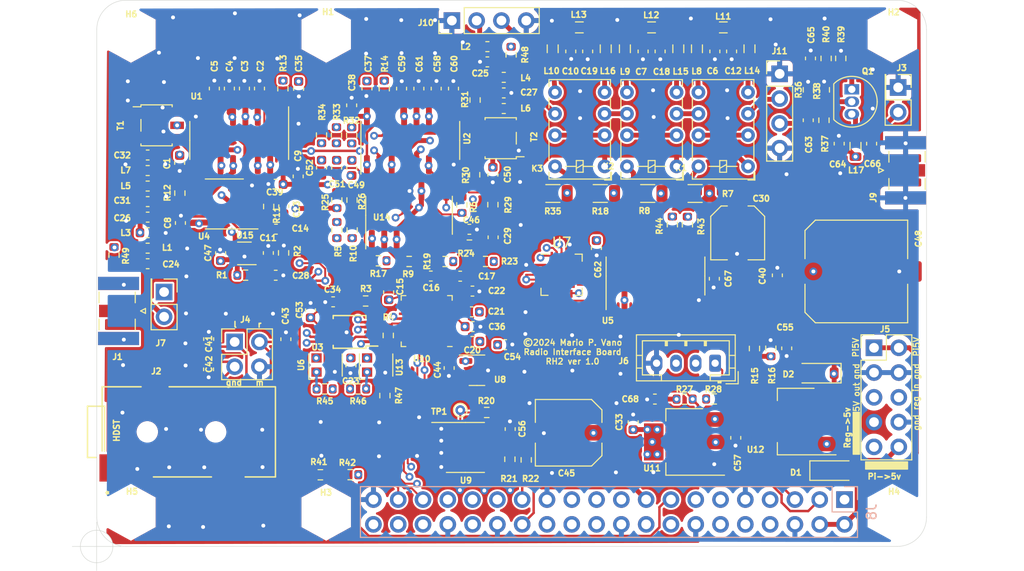
<source format=kicad_pcb>
(kicad_pcb (version 20221018) (generator pcbnew)
  (title_block (title "Radiohat 2.0 Preliminary (not a Hat)") (date "2024-01-14") (rev "2.0") (company "Mario Vano"))
  (layers (0 "F.Cu" signal) (1 "In1.Cu" signal) (2 "In2.Cu" signal) (31 "B.Cu" signal) (34 "B.Paste" user) (35 "F.Paste" user) (36 "B.SilkS" user "B.Silkscreen") (37 "F.SilkS" user "F.Silkscreen") (38 "B.Mask" user) (39 "F.Mask" user) (44 "Edge.Cuts" user))
  (net 0 "")
  (net 1 "GND")
  (net 2 "Net-(U1-1B4)")
  (net 3 "Net-(U1-1B3)")
  (net 4 "Net-(U1-1B2)")
  (net 5 "Net-(U1-1B1)")
  (net 6 "Net-(C6-Pad1)")
  (net 7 "Net-(C14-Pad2)")
  (net 8 "Net-(C13-Pad1)")
  (net 9 "Net-(C7-Pad1)")
  (net 10 "Net-(C10-Pad1)")
  (net 11 "Net-(C12-Pad1)")
  (net 12 "BIAS2V")
  (net 13 "LINEIN-R")
  (net 14 "MIC-IN")
  (net 15 "LINEOUT_L")
  (net 16 "Net-(U10-LINEOUT_L)")
  (net 17 "Net-(U10-LINEOUT_R)")
  (net 18 "LINEOUT_R")
  (net 19 "Net-(C18-Pad1)")
  (net 20 "VCC")
  (net 21 "Net-(C19-Pad1)")
  (net 22 "Net-(C24-Pad1)")
  (net 23 "HPR")
  (net 24 "Net-(C25-Pad1)")
  (net 25 "Net-(C26-Pad1)")
  (net 26 "Net-(C27-Pad1)")
  (net 27 "Net-(L6-Pad1)")
  (net 28 "Net-(U10-HP_R)")
  (net 29 "HPL")
  (net 30 "Net-(U10-HP_L)")
  (net 31 "Net-(U10-VAG)")
  (net 32 "Net-(C29-Pad2)")
  (net 33 "Net-(C29-Pad1)")
  (net 34 "Net-(J1-In)")
  (net 35 "Net-(C31-Pad1)")
  (net 36 "Net-(C32-Pad1)")
  (net 37 "Net-(J1-Ext)")
  (net 38 "+5V")
  (net 39 "Net-(U10-VDDD)")
  (net 40 "Net-(U2-1B3)")
  (net 41 "Net-(U2-1B1)")
  (net 42 "Net-(U2-1B4)")
  (net 43 "Net-(U2-1B2)")
  (net 44 "Net-(C49-Pad2)")
  (net 45 "Net-(C49-Pad1)")
  (net 46 "Net-(C51-Pad2)")
  (net 47 "Net-(C51-Pad1)")
  (net 48 "Net-(C52-Pad2)")
  (net 49 "Net-(C52-Pad1)")
  (net 50 "+12V")
  (net 51 "Net-(Q1-B)")
  (net 52 "+3V3")
  (net 53 "Net-(C65-Pad1)")
  (net 54 "Net-(Q1-C)")
  (net 55 "Net-(J3-Pin_2)")
  (net 56 "Net-(D1-K)")
  (net 57 "Net-(D1-A)")
  (net 58 "Net-(D2-A)")
  (net 59 "I2C-SDA")
  (net 60 "I2C-SCL")
  (net 65 "CODEC-SCLK")
  (net 67 "Net-(J8-Pin_15)")
  (net 68 "Net-(J8-Pin_16)")
  (net 76 "Net-(J8-Pin_27)")
  (net 77 "Net-(J8-Pin_28)")
  (net 82 "CODEC-LRCLK")
  (net 84 "/T_MCLK")
  (net 85 "Net-(R30-Pad2)")
  (net 86 "CODEC-DOUT")
  (net 87 "Net-(R31-Pad2)")
  (net 88 "CODEC-DIN")
  (net 89 "{slash}TX-EN")
  (net 90 "LINEIN-L")
  (net 91 "{slash}RX-EN")
  (net 92 "Net-(U5-O1)")
  (net 93 "Net-(K1-Pad2)")
  (net 94 "Net-(K1-Pad4)")
  (net 95 "Net-(K1-Pad5)")
  (net 96 "Net-(K1-Pad6)")
  (net 97 "Net-(U5-O4)")
  (net 98 "Net-(K2-Pad2)")
  (net 99 "Net-(K2-Pad4)")
  (net 100 "Net-(K2-Pad5)")
  (net 101 "Net-(K2-Pad6)")
  (net 102 "Net-(U5-O3)")
  (net 103 "Net-(K3-Pad2)")
  (net 104 "Net-(K3-Pad4)")
  (net 105 "Net-(K3-Pad5)")
  (net 106 "Net-(U5-O2)")
  (net 107 "Net-(Q1-E)")
  (net 108 "Net-(U3-CLK2)")
  (net 109 "Net-(U14A--)")
  (net 110 "Net-(U14C--)")
  (net 111 "Net-(U12-ADJ)")
  (net 112 "Net-(U9-WP)")
  (net 113 "Net-(U14B--)")
  (net 114 "Net-(U14D--)")
  (net 115 "Net-(U2-1A)")
  (net 116 "Net-(U2-2A)")
  (net 117 "Net-(U1-1A)")
  (net 118 "Net-(U1-2A)")
  (net 119 "VFO-S1")
  (net 120 "VFO-S0")
  (net 121 "Net-(U3-XA)")
  (net 123 "Net-(U5-I1)")
  (net 124 "Net-(U5-I2)")
  (net 125 "Net-(U5-I3)")
  (net 126 "Net-(U5-I4)")
  (net 127 "Net-(U5-I5)")
  (net 128 "Net-(U5-I6)")
  (net 129 "Net-(U5-I7)")
  (net 136 "PRE-IN")
  (net 137 "Net-(U15-+)")
  (net 138 "Net-(U5-O7)")
  (net 139 "Net-(U5-O6)")
  (net 140 "TEENSY")
  (net 142 "Net-(U6-INH)")
  (net 143 "Net-(U13-INH)")
  (net 144 "Net-(J10-Pin_3)")
  (net 145 "Net-(J11-Pin_2)")
  (net 146 "Net-(J11-Pin_3)")
  (net 147 "RX-INBUS")
  (net 148 "CODEC_MCLK")
  (net 157 "Net-(U10-MIC)")
  (footprint "Capacitor_SMD:C_0603_1608Metric" (layer "F.Cu") (at 92.0432 109.0516 90)
    (fp_text reference "C5")
    (fp_text value "470n" hide)
  )
  (footprint "Resistor_SMD:R_0603_1608Metric" (layer "F.Cu") (at 99.138 125.9034 -90)
    (fp_text reference "R2")
    (fp_text value "20k" hide)
  )
  (footprint "Resistor_SMD:R_0603_1608Metric" (layer "F.Cu") (at 95.2304 128.1874 180)
    (fp_text reference "R1")
    (fp_text value "12k" hide)
  )
  (footprint "Capacitor_SMD:C_0603_1608Metric" (layer "F.Cu") (at 100.6332 118.0596 90)
    (fp_text reference "C9")
    (fp_text value "100n" hide)
  )
  (footprint "Capacitor_SMD:C_0603_1608Metric" (layer "F.Cu") (at 95.126532 109.0516 90)
    (fp_text reference "C3")
    (fp_text value "470n" hide)
  )
  (footprint "Capacitor_SMD:C_0603_1608Metric" (layer "F.Cu") (at 99.1537 121.1154 -90)
    (fp_text reference "C13")
    (fp_text value "1µ" hide)
  )
  (footprint "Capacitor_SMD:C_0603_1608Metric" (layer "F.Cu") (at 109.8976 129.9364 90)
    (fp_text reference "C15")
    (fp_text value "1µ" hide)
  )
  (footprint "Capacitor_SMD:C_0603_1608Metric" (layer "F.Cu") (at 96.6682 109.0516 90)
    (fp_text reference "C2")
    (fp_text value "470n" hide)
  )
  (footprint "Capacitor_SMD:C_0603_1608Metric" (layer "F.Cu") (at 118.4839 129.8228 180)
    (fp_text reference "C22")
    (fp_text value "100n" hide)
  )
  (footprint "Capacitor_SMD:C_0603_1608Metric" (layer "F.Cu") (at 120.0132 106.3216 180)
    (fp_text reference "C25")
    (fp_text value "130p" hide)
  )
  (footprint "Capacitor_SMD:C_0603_1608Metric" (layer "F.Cu") (at 121.6932 109.5036)
    (fp_text reference "C27")
    (fp_text value "130p" hide)
  )
  (footprint "Inductor_SMD:L_0603_1608Metric" (layer "F.Cu") (at 120.0132 104.7556 180)
    (fp_text reference "L2")
    (fp_text value "470n" hide)
  )
  (footprint "Inductor_SMD:L_0603_1608Metric" (layer "F.Cu") (at 121.6932 107.9076)
    (fp_text reference "L4")
    (fp_text value "560n" hide)
  )
  (footprint "Inductor_SMD:L_0603_1608Metric" (layer "F.Cu") (at 121.6932 111.0996 180)
    (fp_text reference "L6")
    (fp_text value "470n" hide)
  )
  (footprint "MPV-2024:MountingHole_2.7mm_M2.5_KA" (layer "F.Cu") (at 103.5 103.5)
    (fp_text reference "H1")
    (fp_text value "2.5mm")
  )
  (footprint "MPV-2024:MountingHole_2.7mm_M2.5_KA" (layer "F.Cu") (at 161.5 103.5)
    (fp_text reference "H2")
    (fp_text value "2.5mm")
  )
  (footprint "Capacitor_SMD:C_0603_1608Metric" (layer "F.Cu") (at 85.2128 115.868974 180)
    (fp_text reference "C32")
    (fp_text value "180p" hide)
  )
  (footprint "Inductor_SMD:L_0603_1608Metric" (layer "F.Cu") (at 85.2128 123.830844 180)
    (fp_text reference "L3")
    (fp_text value "1µ5" hide)
  )
  (footprint "Inductor_SMD:L_0603_1608Metric" (layer "F.Cu") (at 85.2128 119.053722)
    (fp_text reference "L5")
    (fp_text value "470n" hide)
  )
  (footprint "Inductor_SMD:L_0603_1608Metric" (layer "F.Cu") (at 85.2128 117.461348 180)
    (fp_text reference "L7")
    (fp_text value "1µ5" hide)
  )
  (footprint "Inductor_SMD:L_0603_1608Metric" (layer "F.Cu") (at 85.2128 125.423218 180)
    (fp_text reference "L1")
    (fp_text value "470n" hide)
  )
  (footprint "Connector_Coaxial:SMA_Samtec_SMA-J-P-X-ST-EM1_EdgeMount" (layer "F.Cu") (at 82.23 131.8576 -90)
    (fp_text reference "J1")
    (fp_text value "RF In" hide)
  )
  (footprint "Resistor_SMD:R_0603_1608Metric" (layer "F.Cu") (at 104.5926 123.5638 90)
    (fp_text reference "R5")
    (fp_text value "30k" hide)
  )
  (footprint "Resistor_SMD:R_0603_1608Metric" (layer "F.Cu") (at 117.398 120.9848 90)
    (fp_text reference "R6")
    (fp_text value "30k" hide)
  )
  (footprint "Resistor_SMD:R_0603_1608Metric" (layer "F.Cu") (at 112.0004 126.7842 180)
    (fp_text reference "R9")
    (fp_text value "10k" hide)
  )
  (footprint "Resistor_SMD:R_0603_1608Metric" (layer "F.Cu") (at 106.1598 123.564 -90)
    (fp_text reference "R10")
    (fp_text value "10k" hide)
  )
  (footprint "Resistor_SMD:R_0603_1608Metric" (layer "F.Cu") (at 97.6104 121.1498 90)
    (fp_text reference "R11")
    (fp_text value "10k" hide)
  )
  (footprint "Resistor_SMD:R_0603_1608Metric" (layer "F.Cu") (at 88.5115 119.7772 90)
    (fp_text reference "R12")
    (fp_text value "10k" hide)
  )
  (footprint "Resistor_SMD:R_0603_1608Metric" (layer "F.Cu") (at 99.0648 109.0622 90)
    (fp_text reference "R13")
    (fp_text value "10k" hide)
  )
  (footprint "Resistor_SMD:R_0603_1608Metric" (layer "F.Cu") (at 109.45008 109.0596 90)
    (fp_text reference "R14")
    (fp_text value "10k" hide)
  )
  (footprint "Capacitor_SMD:C_0603_1608Metric" (layer "F.Cu") (at 104.2132 130.9216 180)
    (fp_text reference "C34")
    (fp_text value "100n" hide)
  )
  (footprint "Capacitor_SMD:C_0603_1608Metric" (layer "F.Cu") (at 118.5122 133.4592)
    (fp_text reference "C36")
    (fp_text value "100n" hide)
  )
  (footprint "Resistor_SMD:R_0603_1608Metric" (layer "F.Cu") (at 115.6942 126.7882)
    (fp_text reference "R19")
    (fp_text value "10k" hide)
  )
  (footprint "Resistor_SMD:R_0603_1608Metric" (layer "F.Cu") (at 108.8562 126.7156 180)
    (fp_text reference "R17")
    (fp_text value "10k" hide)
  )
  (footprint "Capacitor_SMD:C_0603_1608Metric" (layer "F.Cu") (at 98.31604 118.8705 180)
    (fp_text reference "C39")
    (fp_text value "100n" hide)
  )
  (footprint "Resistor_SMD:R_0603_1608Metric" (layer "F.Cu") (at 119.9494 142.2674)
    (fp_text reference "R20")
    (fp_text value "1k" hide)
  )
  (footprint "Resistor_SMD:R_0603_1608Metric" (layer "F.Cu") (at 123.993 147.1288 90)
    (fp_text reference "R22")
    (fp_text value "3k9" hide)
  )
  (footprint "MPV-2024:MountingHole_2.7mm_M2.5_KA" (layer "F.Cu") (at 103.5 152.5)
    (fp_text reference "H3")
    (fp_text value "2.5mm")
  )
  (footprint "Capacitor_SMD:C_0603_1608Metric" (layer "F.Cu") (at 98.3318 128.1974)
    (fp_text reference "C28")
    (fp_text value "100n" hide)
  )
  (footprint "Package_SO:MSOP-10_3x3mm_P0.5mm" (layer "F.Cu") (at 105.8935 134.0095 180)
    (fp_text reference "U3")
    (fp_text value "Si5351A-B-GT" hide)
  )
  (footprint "Capacitor_SMD:C_0603_1608Metric" (layer "F.Cu") (at 93.584866 109.0516 90)
    (fp_text reference "C4")
    (fp_text value "470n" hide)
  )
  (footprint "Capacitor_SMD:C_0603_1608Metric" (layer "F.Cu") (at 118.4708 134.9852 180)
    (fp_text reference "C20")
    (fp_text value "1µ" hide)
  )
  (footprint "Capacitor_SMD:C_0603_1608Metric" (layer "F.Cu") (at 88.56946 122.83906 90)
    (fp_text reference "C8")
    (fp_text value "100n" hide)
  )
  (footprint "Capacitor_SMD:C_0603_1608Metric" (layer "F.Cu") (at 98.3563 123.4745 180)
    (fp_text reference "C14")
    (fp_text value "1µ" hide)
  )
  (footprint "Capacitor_SMD:C_0603_1608Metric" (layer "F.Cu") (at 85.2128 122.23847 180)
    (fp_text reference "C26")
    (fp_text value "180p" hide)
  )
  (footprint "MPV-2024:MountingHole_2.7mm_M2.5_KA" (layer "F.Cu") (at 161.5 152.5)
    (fp_text reference "H4")
    (fp_text value "2.5mm")
  )
  (footprint "Diode_SMD:D_SOD-123" (layer "F.Cu") (at 155.41 148.228)
    (fp_text reference "D1")
    (fp_text value "20V 500MA" hide)
  )
  (footprint "Package_SO:SOIC-8_3.9x4.9mm_P1.27mm" (layer "F.Cu") (at 117.7636 145.8546)
    (fp_text reference "U9")
    (fp_text value "CAT24C128" hide)
  )
  (footprint "Package_DFN_QFN:QFN-32-1EP_5x5mm_P0.5mm_EP3.6x3.6mm" (layer "F.Cu") (at 113.7972 132.8972 180)
    (fp_text reference "U10")
    (fp_text value "SGTL5000XNAA3")
  )
  (footprint "Resistor_SMD:R_0603_1608Metric" (layer "F.Cu") (at 122.319 147.0622 90)
    (fp_text reference "R21")
    (fp_text value "3k9" hide)
  )
  (footprint "Capacitor_SMD:C_0603_1608Metric" (layer "F.Cu") (at 117.2282 128.2938 180)
    (fp_text reference "C17")
    (fp_text value "1µ" hide)
  )
  (footprint "Capacitor_SMD:C_0603_1608Metric" (layer "F.Cu") (at 106.1104 110.7732 90)
    (fp_text reference "C38")
    (fp_text value "100n" hide)
  )
  (footprint "Capacitor_SMD:C_0603_1608Metric" (layer "F.Cu") (at 88.4878 116.6864 -90)
    (fp_text reference "C1")
    (fp_text value "10n" hide)
  )
  (footprint "Capacitor_SMD:C_0603_1608Metric" (layer "F.Cu") (at 118.4176 131.9492 180)
    (fp_text reference "C21")
    (fp_text value "1µ" hide)
  )
  (footprint "Capacitor_SMD:C_0603_1608Metric" (layer "F.Cu") (at 91.4492 137.843 90)
    (fp_text reference "C41")
    (fp_text value "1n" hide)
  )
  (footprint "Capacitor_SMD:C_0603_1608Metric" (layer "F.Cu") (at 91.464 134.7422 -90)
    (fp_text reference "C42")
    (fp_text value "1n" hide)
  )
  (footprint "Capacitor_SMD:C_0603_1608Metric" (layer "F.Cu") (at 99.3702 134.7568 -90)
    (fp_text reference "C43")
    (fp_text value "1n" hide)
  )
  (footprint "Package_SO:SOIC-16_3.9x9.9mm_P1.27mm" (layer "F.Cu") (at 112.1182 114.3766 90)
    (fp_text reference "U2")
    (fp_text value "SN74CBT3253" hide)
  )
  (footprint "Capacitor_SMD:C_0603_1608Metric" (layer "F.Cu") (at 85.2128 120.646096)
    (fp_text reference "C31")
    (fp_text value "620p" hide)
  )
  (footprint "Capacitor_SMD:C_0603_1608Metric" (layer "F.Cu") (at 85.2128 127.015598 180)
    (fp_text reference "C24")
    (fp_text value "620p" hide)
  )
  (footprint "Capacitor_SMD:C_0603_1608Metric" (layer "F.Cu") (at 116.0994 137.709 90)
    (fp_text reference "C44")
    (fp_text value "1µ" hide)
  )
  (footprint "Capacitor_SMD:C_0603_1608Metric" (layer "F.Cu") (at 106.0348 137.451 90)
    (fp_text reference "C23")
    (fp_text value "100n" hide)
  )
  (footprint "Capacitor_SMD:C_0603_1608Metric" (layer "F.Cu") (at 118.1674 123.4852)
    (fp_text reference "C46")
    (fp_text value "100n" hide)
  )
  (footprint "Capacitor_SMD:C_Elec_10x10.2" (layer "F.Cu") (at 157.81 127.808)
    (fp_text reference "C48")
    (fp_text value "1500µ 6.3V" hide)
  )
  (footprint "Capacitor_SMD:C_0603_1608Metric" (layer "F.Cu") (at 101.8932 131.7766 -90)
    (fp_text reference "C53")
    (fp_text value "10µ" hide)
  )
  (footprint "Capacitor_SMD:C_0603_1608Metric" (layer "F.Cu") (at 121.836 135.3154)
    (fp_text reference "C54")
    (fp_text value "100n" hide)
  )
  (footprint "Connector_PinHeader_2.54mm:PinHeader_2x05_P2.54mm_Vertical" (layer "F.Cu") (at 159.62 135.636)
    (fp_text reference "J5")
    (fp_text value "Power" hide)
  )
  (footprint "Resistor_SMD:R_0603_1608Metric" (layer "F.Cu") (at 147.3746 135.7088 -90)
    (fp_text reference "R15")
    (fp_text value "333r" hide)
  )
  (footprint "Resistor_SMD:R_0603_1608Metric" (layer "F.Cu") (at 149.05 135.688 90)
    (fp_text reference "R16")
    (fp_text value "1k" hide)
  )
  (footprint "Resistor_SMD:R_0603_1608Metric" (layer "F.Cu") (at 104.587 120.485 -90)
    (fp_text reference "R25")
    (fp_text value "10k" hide)
  )
  (footprint "Resistor_SMD:R_0603_1608Metric" (layer "F.Cu") (at 106.1472 120.4876 90)
    (fp_text reference "R26")
    (fp_text value "20k" hide)
  )
  (footprint "TestPoint:TestPoint_THTPad_D1.0mm_Drill0.5mm" (layer "F.Cu") (at 117.2398 142.0294)
    (fp_text reference "TP1")
    (fp_text value "/Write" hide)
  )
  (footprint "Package_TO_SOT_SMD:SOT-223-3_TabPin2" (layer "F.Cu") (at 151.63 143.198 180)
    (fp_text reference "U12")
    (fp_text value "LM317_SOT-223" hide)
  )
  (footprint "Resistor_SMD:R_0603_1608Metric" (layer "F.Cu") (at 118.1764 125.1048)
    (fp_text reference "R24")
    (fp_text value "20k" hide)
  )
  (footprint "Capacitor_SMD:C_0603_1608Metric" (layer "F.Cu") (at 92.6868 125.9232 90)
    (fp_text reference "C47")
    (fp_text value "100n" hide)
  )
  (footprint "radiohead:Transformer_MACOM_MABAES00031CT" (layer "F.Cu") (at 121.3772 114.1476 180)
    (fp_text reference "T2")
    (fp_text value "MABAES0031" hide)
  )
  (footprint "radiohead:Transformer_MACOM_MABAES00031CT" (layer "F.Cu") (at 86.1232 112.8256)
    (fp_text reference "T1")
    (fp_text value "MABAES0031" hide)
  )
  (footprint "Resistor_SMD:R_0603_1608Metric" (layer "F.Cu") (at 143.2506 140.8808 180)
    (fp_text reference "R28")
    (fp_text value "10k" hide)
  )
  (footprint "Resistor_SMD:R_0603_1608Metric" (layer "F.Cu") (at 140.2184 140.8992 180)
    (fp_text reference "R27")
    (fp_text value "10k" hide)
  )
  (footprint "Capacitor_SMD:C_0603_1608Metric" (layer "F.Cu") (at 122.3518 143.9672 90)
    (fp_text reference "C56")
    (fp_text value "100n" hide)
  )
  (footprint "Capacitor_SMD:C_0603_1608Metric" (layer "F.Cu") (at 149.7192 128.2036 -90)
    (fp_text reference "C40")
    (fp_text value "10µ" hide)
  )
  (footprint "Capacitor_SMD:C_0603_1608Metric" (layer "F.Cu") (at 107.6768 109.0596 -90)
    (fp_text reference "C37")
    (fp_text value "100n" hide)
  )
  (footprint "Capacitor_SMD:C_0603_1608Metric" (layer "F.Cu") (at 150.68 135.688 -90)
    (fp_text reference "C55")
    (fp_text value "100n" hide)
  )
  (footprint "Capacitor_SMD:C_0603_1608Metric" (layer "F.Cu") (at 145.4578 144.8654 -90)
    (fp_text reference "C57")
    (fp_text value "100n" hide)
  )
  (footprint "Package_TO_SOT_SMD:SOT-223-3_TabPin2" (layer "F.Cu") (at 140.208 145.288 180)
    (fp_text reference "U11")
    (fp_text value "LD1117S33TR_SOT223" hide)
  )
  (footprint "Resistor_SMD:R_0603_1608Metric" (layer "F.Cu") (at 119.8436 126.7796)
    (fp_text reference "R23")
    (fp_text value "10k" hide)
  )
  (footprint "Capacitor_SMD:C_0603_1608Metric" (layer "F.Cu") (at 114.221 128.2798)
    (fp_text reference "C16")
    (fp_text value "1µ" hide)
  )
  (footprint "Capacitor_SMD:C_0603_1608Metric" (layer "F.Cu") (at 134.9502 143.256 90)
    (fp_text reference "C33")
    (fp_text value "100n" hide)
  )
  (footprint "Capacitor_SMD:C_Elec_6.3x5.4" (layer "F.Cu") (at 128.34 144.348 180)
    (fp_text reference "C45")
    (fp_text value "100µ 5V" hide)
  )
  (footprint "Package_SO:SOIC-8_3.9x4.9mm_P1.27mm" (layer "F.Cu") (at 93.0648 120.8882 180)
    (fp_text reference "U4")
    (fp_text value "LM4562" hide)
  )
  (footprint "Capacitor_SMD:C_0603_1608Metric" (layer "F.Cu") (at 97.5766 125.9142 90)
    (fp_text reference "C11")
    (fp_text value "10µ" hide)
  )
  (footprint "Capacitor_SMD:C_0603_1608Metric" (layer "F.Cu") (at 120.6014 124.3062 90)
    (fp_text reference "C29")
    (fp_text value "10µ" hide)
  )
  (footprint "Capacitor_SMD:C_0603_1608Metric" (layer "F.Cu") (at 106.1232 117.1896 90)
    (fp_text reference "C49")
    (fp_text value "10µ" hide)
  )
  (footprint "Capacitor_SMD:C_0603_1608Metric" (layer "F.Cu") (at 104.5732 117.1796 90)
    (fp_text reference "C51")
    (fp_text value "10µ" hide)
  )
  (footprint "Capacitor_SMD:C_0603_1608Metric" (layer "F.Cu") (at 114.76992 109.0596 90)
    (fp_text reference "C58")
    (fp_text value "22n" hide)
  )
  (footprint "Capacitor_SMD:C_0603_1608Metric" (layer "F.Cu") (at 111.22336 109.0596 90)
    (fp_text reference "C59")
    (fp_text value "22n" hide)
  )
  (footprint "Capacitor_SMD:C_0603_1608Metric" (layer "F.Cu") (at 116.5432 109.0596 90)
    (fp_text reference "C60")
    (fp_text value "22n" hide)
  )
  (footprint "Capacitor_SMD:C_0603_1608Metric" (layer "F.Cu") (at 112.99664 109.0596 90)
    (fp_text reference "C61")
    (fp_text value "22n" hide)
  )
  (footprint "Resistor_SMD:R_0603_1608Metric" (layer "F.Cu") (at 120.5782 120.9586 90)
    (fp_text reference "R29")
    (fp_text value "50R" hide)
  )
  (footprint "Resistor_SMD:R_0603_1608Metric" (layer "F.Cu") (at 118.712 117.8942 90)
    (fp_text reference "R30")
    (fp_text value "50R" hide)
  )
  (footprint "Resistor_SMD:R_0603_1608Metric" (layer "F.Cu") (at 118.7532 110.2296 -90)
    (fp_text reference "R31")
    (fp_text value "50R" hide)
  )
  (footprint "Resistor_SMD:R_0603_1608Metric" (layer "F.Cu") (at 106.1132 113.8596 90)
    (fp_text reference "R32")
    (fp_text value "50R" hide)
  )
  (footprint "Resistor_SMD:R_0603_1608Metric" (layer "F.Cu") (at 104.5532 113.8396 90)
    (fp_text reference "R33")
    (fp_text value "50R" hide)
  )
  (footprint "Resistor_SMD:R_0603_1608Metric" (layer "F.Cu") (at 103.0232 113.8296 90)
    (fp_text reference "R34")
    (fp_text value "50R" hide)
  )
  (footprint "Capacitor_SMD:C_0603_1608Metric" (layer "F.Cu") (at 103.0232 117.1696 90)
    (fp_text reference "C52")
    (fp_text value "10µ" hide)
  )
  (footprint "Package_TO_SOT_SMD:SOT-23-3" (layer "F.Cu") (at 118.9464 137.9392)
    (fp_text reference "U8")
    (fp_text value "ap7313" hide)
  )
  (footprint "Diode_SMD:D_SOD-123" (layer "F.Cu") (at 153.89 138.238 180)
    (fp_text reference "D2")
    (fp_text value "20V 500MA" hide)
  )
  (footprint "Resistor_SMD:R_0603_1608Metric" (layer "F.Cu") (at 122.445 105.595 -90)
    (fp_text reference "R48")
    (fp_text value "0r")
  )
  (footprint "Package_SO:SO-14_3.9x8.65mm_P1.27mm" (layer "F.Cu") (at 111.9886 122.047 90)
    (fp_text reference "U14")
    (fp_text value "TLV9064" hide)
  )
  (footprint "Resistor_SMD:R_1206_3216Metric" (layer "F.Cu") (at 136.438332 119.815 180)
    (fp_text reference "R8")
    (fp_text value "350R" hide)
  )
  (footprint "Resistor_SMD:R_0603_1608Metric" (layer "F.Cu") (at 106.775 139.855)
    (fp_text reference "R46")
    (fp_text value "10k" hide)
  )
  (footprint "Inductor_SMD:L_0805_2012Metric" (layer "F.Cu") (at 129.435 102.785 180)
    (fp_text reference "L13")
    (fp_text value "2µ7" hide)
  )
  (footprint "Connector_JST:JST_PH_B4B-PH-K_1x04_P2.00mm_Vertical" (layer "F.Cu") (at 143.345 137.215 180)
    (fp_text reference "J6")
    (fp_text value "STEMMA I2C" hide)
  )
  (footprint "Resistor_SMD:R_0603_1608Metric" (layer "F.Cu") (at 140.505 123.015 -90)
    (fp_text reference "R43")
    (fp_text value "0r" hide)
  )
  (footprint "Capacitor_SMD:C_0603_1608Metric" (layer "F.Cu") (at 130.28722 105.245 -90)
    (fp_text reference "C19")
    (fp_text value "750p" hide)
  )
  (footprint "Connector_PinHeader_2.54mm:PinHeader_1x04_P2.54mm_Vertical" (layer "F.Cu") (at 149.955 107.545)
    (fp_text reference "J11")
    (fp_text value "LPF | PA")
  )
  (footprint "Resistor_SMD:R_0603_1608Metric" (layer "F.Cu") (at 156.215 105.965 90)
    (fp_text reference "R39")
    (fp_text value "50R" hide)
  )
  (footprint "Resistor_SMD:R_0603_1608Metric" (layer "F.Cu") (at 102.905 148.655)
    (fp_text reference "R41")
    (fp_text value "0r" hide)
  )
  (footprint "Inductor_SMD:L_0805_2012Metric" (layer "F.Cu") (at 141.485 104.975 -90)
    (fp_text reference "L8")
    (fp_text value "560n" hide)
  )
  (footprint "Resistor_SMD:R_0603_1608Metric" (layer "F.Cu") (at 107.5436 130.8354)
    (fp_text reference "R3")
    (fp_text value "0r" hide)
  )
  (footprint "Package_DFN_QFN:QFN-20-1EP_4x4mm_P0.5mm_EP2.7x2.7mm" (layer "F.Cu") (at 127.615 128.145)
    (fp_text reference "U7")
    (fp_text value "MCP23008-xML")
  )
  (footprint "Resistor_SMD:R_0603_1608Metric" (layer "F.Cu") (at 105.965 148.645)
    (fp_text reference "R42")
    (fp_text value "0r" hide)
  )
  (footprint "Inductor_SMD:L_0805_2012Metric" (layer "F.Cu") (at 126.705 104.975 -90)
    (fp_text reference "L10")
    (fp_text value "1µ5" hide)
  )
  (footprint "Package_TO_SOT_THT:TO-92_Inline" (layer "F.Cu") (at 157.345 109.135 -90)
    (fp_text reference "Q1")
    (fp_text value "PN2222A" hide)
  )
  (footprint "Capacitor_SMD:C_0603_1608Metric" (layer "F.Cu") (at 120.5798 117.8948 -90)
    (fp_text reference "C50")
    (fp_text value "10n" hide)
  )
  (footprint "Oscillator:Oscillator_SMD_Kyocera_KC2520Z-4Pin_2.5x2.0mm" (layer "F.Cu") (at 103.435 137.4032 90)
    (fp_text reference "U6")
    (fp_text value "tcxo 25.0Mhz" hide)
  )
  (footprint "Resistor_SMD:R_0603_1608Metric" (layer "F.Cu") (at 109.515 140.535 -90)
    (fp_text reference "R47")
    (fp_text value "0r")
  )
  (footprint "Resistor_SMD:R_0603_1608Metric" (layer "F.Cu") (at 81.765 126.125 90)
    (fp_text reference "R49")
    (fp_text value "0r")
  )
  (footprint "Capacitor_SMD:C_0603_1608Metric" (layer "F.Cu") (at 156.055 114.705 90)
    (fp_text reference "C64")
    (fp_text value "100n" hide)
  )
  (footprint "Resistor_SMD:R_1206_3216Metric" (layer "F.Cu") (at 141.295 119.815 180)
    (fp_text reference "R7")
    (fp_text value "350R" hide)
  )
  (footprint "Inductor_SMD:L_0805_2012Metric" (layer "F.Cu") (at 146.865 104.975 -90)
    (fp_text reference "L14")
    (fp_text value "560n" hide)
  )
  (footprint "Capacitor_SMD:C_0603_1608Metric" (layer "F.Cu") (at 159.375 114.705 -90)
    (fp_text reference "C66")
    (fp_text value "100n" hide)
  )
  (footprint "Capacitor_SMD:C_0603_1608Metric" (layer "F.Cu") (at 128.55611 105.245 -90)
    (fp_text reference "C10")
    (fp_text value "750p" hide)
  )
  (footprint "Connector_PinHeader_2.54mm:PinHeader_2x01_P2.54mm_Vertical" (layer "F.Cu") (at 86.895 129.915 -90)
    (fp_text reference "J7")
    (fp_text value "RF In" hide)
  )
  (footprint "Capacitor_SMD:C_0603_1608Metric" (layer "F.Cu") (at 143.318333 105.245 -90)
    (fp_text reference "C6")
    (fp_text value "200p" hide)
  )
  (footprint "Relay_THT:Relay_DPDT_AXICOM_IMSeries_Pitch5.08mm" (layer "F.Cu") (at 132.025 117.035 180)
    (fp_text reference "K3")
    (fp_text value "IM43" hide)
  )
  (footprint "Connector_Coaxial:SMA_Samtec_SMA-J-P-X-ST-EM1_EdgeMount" (layer "F.Cu") (at 162.86 117.44 90)
    (fp_text reference "J9")
    (fp_text value "RF out B" hide)
  )
  (footprint "Package_SO:SOIC-16_3.9x9.9mm_P1.27mm" (layer "F.Cu") (at 137.235 128.275 90)
    (fp_text reference "U5")
    (fp_text value "ULN2003A" hide)
  )
  (footprint "Capacitor_SMD:C_0603_1608Metric" (layer "F.Cu") (at 137.175 140.895 180)
    (fp_text reference "C68")
    (fp_text value "100n" hide)
  )
  (footprint "Capacitor_SMD:C_0603_1608Metric" (layer "F.Cu") (at 131.185 125.415 -90)
    (fp_text reference "C62")
    (fp_text value "100n" hide)
  )
  (footprint "Inductor_SMD:L_0805_2012Metric" (layer "F.Cu") (at 139.573333 104.975 -90)
    (fp_text reference "L15")
    (fp_text value "820n" hide)
  )
  (footprint "Capacitor_SMD:C_0603_1608Metric" (layer "F.Cu") (at 143.265 128.555 -90)
    (fp_text reference "C67")
    (fp_text value "100n" hide)
  )
  (footprint "Resistor_SMD:R_0603_1608Metric" (layer "F.Cu") (at 154.495 112.305 90)
    (fp_text reference "R37")
    (fp_text value "2k2" hide)
  )
  (footprint "Inductor_SMD:L_0805_2012Metric" (layer "F.Cu") (at 134.103333 104.975 -90)
    (fp_text reference "L9")
    (fp_text value "820n" hide)
  )
  (footprint "Inductor_SMD:L_0805_2012Metric" (layer "F.Cu") (at 157.725 114.975 90)
    (fp_text reference "L17")
    (fp_text value "40µ" hide)
  )
  (footprint "Capacitor_SMD:C_0603_1608Metric" (layer "F.Cu") (at 145.031666 105.245 -90)
    (fp_text reference "C12")
    (fp_text value "200p" hide)
  )
  (footprint "Capacitor_SMD:C_0603_1608Metric" (layer "F.Cu") (at 153.115 105.965 90)
    (fp_text reference "C65")
    (fp_text value "1n" hide)
  )
  (footprint "Connector_PinHeader_2.54mm:PinHeader_2x02_P2.54mm_Vertical" (layer "F.Cu") (at 94.1246 135.0328)
    (fp_text reference "J4")
    (fp_text value "Headset" hide)
  )
  (footprint "Capacitor_SMD:C_0603_1608Metric" (layer "F.Cu") (at 137.709999 105.245 -90)
    (fp_text reference "C18")
    (fp_text value "360p" hide)
  )
  (footprint "Capacitor_SMD:C_0603_1608Metric" (layer "F.Cu") (at 152.885 112.305 90)
    (fp_text reference "C63")
    (fp_text value "100n" hide)
  )
  (footprint "Resistor_SMD:R_0603_1608Metric" (layer "F.Cu") (at 109.8604 134.3704 90)
    (fp_text reference "R4")
    (fp_text value "0r" hide)
  )
  (footprint "Package_TO_SOT_SMD:SOT-353_SC-70-5" (layer "F.Cu") (at 95.125 125.955 180)
    (fp_text reference "U15")
    (fp_text value "TLV9001IDCK" hide)
  )
  (footprint "MPV-2024:MountingHole_2.7mm_M2.5_KA" (layer "F.Cu") (at 83.5 103.5)
    (fp_text reference "H6")
    (fp_text value "2.5mm")
  )
  (footprint "Resistor_SMD:R_0603_1608Metric" (layer "F.Cu") (at 138.965 123.005 -90)
    (fp_text reference "R44")
    (fp_text value "0r" hide)
  )
  (footprint "Connector_PinHeader_2.54mm:PinHeader_2x01_P2.54mm_Vertical" (layer "F.Cu") (at 162.095 108.945 -90)
    (fp_text reference "J3")
    (fp_text value "RF out" hide)
  )
  (footprint "Relay_THT:Relay_DPDT_AXICOM_IMSeries_Pitch5.08mm" (layer "F.Cu") (at 146.715 117.035 180)
    (fp_text reference "K1")
    (fp_text value "IM43" hide)
  )
  (footprint "Oscillator:Oscillator_SMD_Kyocera_KC2520Z-4Pin_2.5x2.0mm" (layer "F.Cu") (at 108.615 137.4042 90)
    (fp_text reference "U13")
    (fp_text value "txco 12.288Mhz" hide)
  )
  (footprint "Resistor_SMD:R_1206_3216Metric" (layer "F.Cu") (at 131.581666 119.815 180)
    (fp_text reference "R18")
    (fp_text value "350R" hide)
  )
  (footprint "Resistor_SMD:R_1206_3216Metric" (layer "F.Cu") (at 126.725 119.815 180)
    (fp_text reference "R35")
    (fp_text value "350R" hide)
  )
  (footprint "Capacitor_SMD:C_0603_1608Metric" (layer "F.Cu") (at 135.966666 105.245 -90)
    (fp_text reference "C7")
    (fp_text value "360p" hide)
  )
  (footprint "Capacitor_SMD:C_0603_1608Metric" (layer "F.Cu") (at 100.6756 109.0972 -90)
    (fp_text reference "C35")
    (fp_text value "100n" hide)
  )
  (footprint "Relay_THT:Relay_DPDT_AXICOM_IMSeries_Pitch5.08mm" (layer "F.Cu") (at 139.393333 117.035 180)
    (fp_text reference "K2")
    (fp_text value "IM43" hide)
  )
  (footprint "Capacitor_SMD:C_Elec_5x5.8" (layer "F.Cu") (at 145.655 123.855 -90)
    (fp_text reference "C30")
    (fp_text value "33µ 25V" hide)
  )
  (footprint "MPV-2024:MountingHole_2.7mm_M2.5_KA" (layer "F.Cu") (at 83.5 152.5)
    (fp_text reference "H5")
    (fp_text value "2.5mm")
  )
  (footprint "sj43515tssm:SJ-43514TS-SMT" (layer "F.Cu") (at 89.425 144.255 90)
    (fp_text reference "J2")
    (fp_text value "HDST")
  )
  (footprint "Connector_PinHeader_2.54mm:PinHeader_1x04_P2.54mm_Vertical" (layer "F.Cu") (at 116.375 102.085 90)
    (fp_text reference "J10")
    (fp_text value "QSD | LPF")
  )
  (footprint "Resistor_SMD:R_0603_1608Metric" (layer "F.Cu") (at 103.345 139.855 180)
    (fp_text reference "R45")
    (fp_text value "10k" hide)
  )
  (footprint "Package_SO:SOIC-16_3.9x9.9mm_P1.27mm" (layer "F.Cu") (at 94.5896 114.3766 -90)
    (fp_text reference "U1")
    (fp_text value "SN74CBT3253" hide)
  )
  (footprint "Inductor_SMD:L_0805_2012Metric" (layer "F.Cu") (at 144.185 102.785 180)
    (fp_text reference "L11")
    (fp_text value "820n" hide)
  )
  (footprint "Resistor_SMD:R_0603_1608Metric" (layer "F.Cu") (at 152.895 109.185 90)
    (fp_text reference "R36")
    (fp_text value "50R" hide)
  )
  (footprint "Inductor_SMD:L_0805_2012Metric" (layer "F.Cu") (at 132.138332 104.975 -90)
    (fp_text reference "L16")
    (fp_text value "1µ5" hide)
  )
  (footprint "Inductor_SMD:L_0805_2012Metric" (layer "F.Cu") (at 136.833333 102.785 180)
    (fp_text reference "L12")
    (fp_text value "1µ5" hide)
  )
  (footprint "Resistor_SMD:R_0603_1608Metric" (layer "F.Cu") (at 154.535 109.185 90)
    (fp_text reference "R38")
    (fp_text value "450R" hide)
  )
  (footprint "Resistor_SMD:R_0603_1608Metric" (layer "F.Cu") (at 154.715 105.965 -90)
    (fp_text reference "R40")
    (fp_text value "68R" hide)
  )
  (footprint "Connector_PinSocket_2.54mm:PinSocket_2x20_P2.54mm_Vertical" (layer "B.Cu") (at 156.6 151.2 90)
    (fp_text reference "J8")
    (fp_text value "Raspberry Pi GPIO")
  )
  (gr_poly (pts (xy 158.1404 142.24) (xy 158.1404 146.558) (xy 157.48 146.558) (xy 157.48 142.24)) (stroke (width 0.1)) (fill solid) (layer "F.SilkS"))
  (gr_poly (pts (xy 163.068 148.082) (xy 158.75 148.082) (xy 158.75 147.32) (xy 163.068 147.32)) (stroke (width 0.1)) (fill solid) (layer "F.SilkS"))
  (gr_arc (start 80 103) (mid 80.87868 100.87868) (end 83 100) (stroke (width 0.05)) (layer "Edge.Cuts"))
  (gr_line (start 83 100) (end 162 100) (stroke (width 0.05)) (layer "Edge.Cuts"))
  (gr_line (start 165 103) (end 165 153) (stroke (width 0.05)) (layer "Edge.Cuts"))
  (gr_line (start 83 156) (end 162 156) (stroke (width 0.05)) (layer "Edge.Cuts"))
  (gr_line (start 80 103) (end 80 153) (stroke (width 0.05)) (layer "Edge.Cuts"))
  (gr_arc (start 83 156) (mid 80.87868 155.12132) (end 80 153) (stroke (width 0.05)) (layer "Edge.Cuts"))
  (gr_arc (start 165 153) (mid 164.12132 155.12132) (end 162 156) (stroke (width 0.05)) (layer "Edge.Cuts"))
  (gr_arc (start 162 100) (mid 164.12132 100.87868) (end 165 103) (stroke (width 0.05)) (layer "Edge.Cuts"))
  (gr_text "©2024 Mario P. Vano\nRadio Interface Board\nRH2 ver 1.0" (at 94.442 103.5022) (layer "F.Cu") (effects (font (size 0.7 0.7) (thickness 0.15) bold)))
  (gr_text "gnd" (at 157.81 138.058 90) (layer "F.SilkS") (effects (font (size 0.6 0.6) (thickness 0.125))))
  (gr_text "gnd" (at 163.97 143.298 90) (layer "F.SilkS") (effects (font (size 0.6 0.6) (thickness 0.125))))
  (gr_text "reg in" (at 163.92 140.668 90) (layer "F.SilkS") (effects (font (size 0.6 0.6) (thickness 0.125))))
  (gr_text "5V out" (at 157.83 140.698 90) (layer "F.SilkS") (effects (font (size 0.6 0.6) (thickness 0.125))))
  (gr_text "Pi5V" (at 163.97 135.528 90) (layer "F.SilkS") (effects (font (size 0.6 0.6) (thickness 0.125))))
  (gr_text "Pi5V" (at 157.75 135.608 90) (layer "F.SilkS") (effects (font (size 0.6 0.6) (thickness 0.125))))
  (gr_text "©2024 Mario P. Vano\nRadio Interface Board\nRH2 ver 1.0" (at 128.7364 136.0668) (layer "F.SilkS") (effects (font (size 0.6 0.6) (thickness 0.125))))
  (gr_text "l" (at 93.9146 133.6128) (layer "F.SilkS") (effects (font (size 0.6 0.6)) (justify left bottom)))
  (gr_text "gnd" (at 93.14 139.55) (layer "F.SilkS") (effects (font (size 0.6 0.6)) (justify left bottom)))
  (gr_text "Reg->5v" (at 156.89 143.838 90) (layer "F.SilkS") (effects (font (size 0.6 0.6))))
  (gr_text "Pi->5v" (at 160.68 148.828) (layer "F.SilkS") (effects (font (size 0.6 0.6))))
  (gr_text "m" (at 96.19 139.56) (layer "F.SilkS") (effects (font (size 0.6 0.6)) (justify left bottom)))
  (gr_text "r" (at 96.39 133.6) (layer "F.SilkS") (effects (font (size 0.6 0.6)) (justify left bottom)))
  (gr_text "gnd" (at 163.96 138.058 90) (layer "F.SilkS") (effects (font (size 0.6 0.6) (thickness 0.125))))
  (target plus (at 79.9846 156.0068) (size 5) (width 0.05) (layer "Edge.Cuts"))
  (segment (start 116.5632 116.8516) (end 116.563193 116.851607) (width 0.5) (layer "F.Cu") (net 1))
  (segment (start 101.8932 131.0016) (end 101.8932 131.0316) (width 0.2) (layer "F.Cu") (net 1))
  (segment (start 125.6775 127.645) (end 123.98 127.67) (width 0.2) (layer "F.Cu") (net 1))
  (segment (start 115.0472 134.1472) (end 113.7972 132.8972) (width 0.2) (layer "F.Cu") (net 1))
  (segment (start 115.0472 131.6472) (end 113.7972 132.8972) (width 0.2) (layer "F.Cu") (net 1))
  (segment (start 103.4382 130.9216) (end 103.4332 130.9216) (width 0.2) (layer "F.Cu") (net 1))
  (segment (start 115.2886 147.7596) (end 115.2886 147.8571) (width 0.25) (layer "F.Cu") (net 1))
  (segment (start 143.358 147.588) (end 143.5102 147.588) (width 0.5) (layer "F.Cu") (net 1))
  (segment (start 125.6775 127.145) (end 124.005 127.145) (width 0.2) (layer "F.Cu") (net 1))
  (segment (start 115.2886 147.8571) (end 115.2906 147.8591) (width 0.25) (layer "F.Cu") (net 1))
  (segment (start 123.98 127.67) (end 123.99 127.13) (width 0.2) (layer "F.Cu") (net 1))
  (segment (start 150.68 136.468) (end 150.67 136.478) (width 0.5) (layer "F.Cu") (net 1))
  (segment (start 145.655 125.9175) (end 145.655 125.935) (width 0.5) (layer "F.Cu") (net 1))
  (segment (start 116.2472 131.6472) (end 115.0472 131.6472) (width 0.2) (layer "F.Cu") (net 1))
  (segment (start 143.5102 147.588) (end 145.4324 145.6658) (width 0.5) (layer "F.Cu") (net 1))
  (segment (start 103.4332 130.9216) (end 103.4032 130.9516) (width 0.2) (layer "F.Cu") (net 1))
  (segment (start 103.6935 134.0095) (end 105.553754 134.0095) (width 0.2) (layer "F.Cu") (net 1))
  (segment (start 143.358 147.588) (end 143.27 147.588) (width 0.5) (layer "F.Cu") (net 1))
  (segment (start 100.6207 117.2721) (end 100.6032 117.2896) (width 0.25) (layer "F.Cu") (net 1))
  (segment (start 143.27 147.588) (end 143.256 147.574) (width 0.5) (layer "F.Cu") (net 1))
  (segment (start 122.3264 143.1922) (end 122.3264 143.1798) (width 0.25) (layer "F.Cu") (net 1))
  (segment (start 119.1844 129.9228) (end 119.1626 129.9446) (width 0.2) (layer "F.Cu") (net 1))
  (segment (start 116.2472 133.6472) (end 114.5472 133.6472) (width 0.2) (layer "F.Cu") (net 1))
  (segment (start 115.2886 146.4896) (end 115.2886 146.4121) (width 0.25) (layer "F.Cu") (net 1))
  (segment (start 128.115 125.575) (end 128.115 126.2075) (width 0.2) (layer "F.Cu") (net 1))
  (segment (start 122.611 135.3154) (end 122.5886 135.3154) (width 0.2) (layer "F.Cu") (net 1))
  (segment (start 100.6332 117.2721) (end 100.6207 117.2721) (width 0.25) (layer "F.Cu") (net 1))
  (segment (start 115.5472 135.3472) (end 115.5472 134.6472) (width 0.2) (layer "F.Cu") (net 1))
  (segment (start 116.2472 134.6472) (end 115.5472 134.6472) (width 0.2) (layer "F.Cu") (net 1))
  (segment (start 115.0472 135.3472) (end 115.0472 134.1472) (width 0.2) (layer "F.Cu") (net 1))
  (segment (start 125.8025 144.3855) (end 125.8 144.388) (width 0.2) (layer "F.Cu") (net 1))
  (segment (start 105.553754 134.0095) (end 105.591911 134.047657) (width 0.2) (layer "F.Cu") (net 1))
  (segment (start 150.68 136.463) (end 150.68 136.468) (width 0.5) (layer "F.Cu") (net 1))
  (segment (start 95.13 126.28) (end 95.404579 125.955) (width 0.25) (layer "F.Cu") (net 1))
  (segment (start 97.5766 125.1392) (end 97.5766 125.1884) (width 0.5) (layer "F.Cu") (net 1))
  (segment (start 115.2886 146.4121) (end 115.2906 146.4101) (width 0.25) (layer "F.Cu") (net 1))
  (segment (start 95.404579 125.955) (end 96.075 125.955) (width 0.25) (layer "F.Cu") (net 1))
  (segment (start 119.2089 129.9228) (end 119.1844 129.9228) (width 0.2) (layer "F.Cu") (net 1))
  (segment (start 125.8025 144.348) (end 125.8025 144.3855) (width 0.2) (layer "F.Cu") (net 1))
  (segment (start 114.5472 133.6472) (end 113.7972 132.8972) (width 0.2) (layer "F.Cu") (net 1))
  (segment (start 128.45 125.05) (end 128.115 125.575) (width 0.2) (layer "F.Cu") (net 1))
  (segment (start 115.5472 134.6472) (end 113.7972 132.8972) (width 0.2) (layer "F.Cu") (net 1))
  (segment (start 145.655 125.935) (end 145.59 126) (width 0.5) (layer "F.Cu") (net 1))
  (segment (start 101.8932 131.0316) (end 101.9032 131.0416) (width 0.2) (layer "F.Cu") (net 1))
  (segment (start 124.005 127.145) (end 123.99 127.13) (width 0.2) (layer "F.Cu") (net 1))
  (via (at 116.563193 116.851607) (size 0.8) (drill 0.4) (layers "F.Cu" "B.Cu") (net 1))
  (via (at 89.14 132.11) (size 0.8) (drill 0.4) (layers "F.Cu" "B.Cu") (net 1))
  (via (at 122.47 109.5) (size 0.8) (drill 0.4) (layers "F.Cu" "B.Cu") (net 1))
  (via (at 149.7192 127.428588) (size 0.8) (drill 0.4) (layers "F.Cu" "B.Cu") (net 1))
  (via (at 82.94 116.83) (size 0.8) (drill 0.4) (layers "F.Cu" "B.Cu") (net 1))
  (via (at 162.86 114.67) (size 0.8) (drill 0.4) (layers "F.Cu" "B.Cu") (net 1))
  (via (at 126.63 148.47) (size 0.8) (drill 0.4) (layers "F.Cu" "B.Cu") (net 1))
  (via (at 97.57 125.19) (size 0.8) (drill 0.4) (layers "F.Cu" "B.Cu") (net 1))
  (via (at 92.63 125.57) (size 0.8) (drill 0.4) (layers "F.Cu" "B.Cu") (net 1))
  (via (at 87.42 147.89) (size 0.8) (drill 0.4) (layers "F.Cu" "B.Cu") (net 1))
  (via (at 114.8 108.28) (size 0.8) (drill 0.4) (layers "F.Cu" "B.Cu") (net 1))
  (via (at 112.0394 119.5578) (size 0.8) (drill 0.4) (layers "F.Cu" "B.Cu") (net 1))
  (via (at 95.1182 108.264088) (size 0.8) (drill 0.4) (layers "F.Cu" "B.Cu") (net 1))
  (via (at 119.298 133.4752) (size 0.8) (drill 0.4) (layers "F.Cu" "B.Cu") (net 1))
  (via (at 112.97 108.29) (size 0.8) (drill 0.4) (layers "F.Cu" "B.Cu") (net 1))
  (via (at 144.62 112.09) (size 0.8) (drill 0.4) (layers "F.Cu" "B.Cu") (net 1))
  (via (at 139.62 134.31) (size 0.8) (drill 0.4) (layers "F.Cu" "B.Cu") (net 1))
  (via (at 83.18 108.31) (size 0.8) (drill 0.4) (layers "F.Cu" "B.Cu") (net 1))
  (via (at 88.62 122.09) (size 0.8) (drill 0.4) (layers "F.Cu" "B.Cu") (net 1))
  (via (at 82.69 137.41) (size 0.8) (drill 0.4) (layers "F.Cu" "B.Cu") (net 1))
  (via (at 83.18 110.28) (size 0.8) (drill 0.4) (layers "F.Cu" "B.Cu") (net 1))
  (via (at 128.72 137.97) (size 0.8) (drill 0.4) (layers "F.Cu" "B.Cu") (net 1))
  (via (at 107.59 105.47) (size 0.8) (drill 0.4) (layers "F.Cu" "B.Cu") (net 1))
  (via (at 140.86 101.87) (size 0.8) (drill 0.4) (layers "F.Cu" "B.Cu") (net 1))
  (via (at 149.55 104.54) (size 0.8) (drill 0.4) (layers "F.Cu" "B.Cu") (net 1))
  (via (at 87.81 101.76) (size 0.8) (drill 0.4) (layers "F.Cu" "B.Cu") (net 1))
  (via (at 116.07 138.52) (size 0.8) (drill 0.4) (layers "F.Cu" "B.Cu") (net 1))
  (via (at 99.38 134.05) (size 0.8) (drill 0.4) (layers "F.Cu" "B.Cu") (net 1))
  (via (at 153.14 105.15) (size 0.8) (drill 0.4) (layers "F.Cu" "B.Cu") (net 1))
  (via (at 101.9032 131.0416) (size 0.8) (drill 0.4) (layers "F.Cu" "B.Cu") (net 1))
  (via (at 122.34 150.24) (size 0.8) (drill 0.4) (layers "F.Cu" "B.Cu") (net 1))
  (via (at 150.66 117.84) (size 0.8) (drill 0.4) (layers "F.Cu" "B.Cu") (net 1))
  (via (at 119.1926 129.8546) (size 0.8) (drill 0.4) (layers "F.Cu" "B.Cu") (net 1))
  (via (at 87.11 120.1) (size 0.8) (drill 0.4) (layers "F.Cu" "B.Cu") (net 1))
  (via (at 129.51 112.09) (size 0.8) (drill 0.4) (layers "F.Cu" "B.Cu") (net 1))
  (via (at 137.05 111.97) (size 0.8) (drill 0.4) (layers "F.Cu" "B.Cu") (net 1))
  (via (at 87.1 143.96) (size 0.8) (drill 0.4) (layers "F.Cu" "B.Cu") (net 1))
  (via (at 136.99 109.23) (size 0.8) (drill 0.4) (layers "F.Cu" "B.Cu") (net 1))
  (via (at 133.65 134.48) (size 0.8) (drill 0.4) (layers "F.Cu" "B.Cu") (net 1))
  (via (at 109.551 138.1822) (size 0.8) (drill 0.4) (layers "F.Cu" "B.Cu") (net 1))
  (via (at 156.16 117.74) (size 0.8) (drill 0.4) (layers "F.Cu" "B.Cu") (net 1))
  (via (at 123.23 115.41) (size 0.8) (drill 0.4) (layers "F.Cu" "B.Cu") (net 1))
  (via (at 87.02 116.8) (size 0.8) (drill 0.4) (layers "F.Cu" "B.Cu") (net 1))
  (via (at 91.01 147.89) (size 0.8) (drill 0.4) (layers "F.Cu" "B.Cu") (net 1))
  (via (at 123.81 138.09) (size 0.8) (drill 0.4) (layers "F.Cu" "B.Cu") (net 1))
  (via (at 87.38 153.94) (size 0.8) (drill 0.4) (layers "F.Cu" "B.Cu") (net 1))
  (via (at 126.62 102.1) (size 0.8) (drill 0.4) (layers "F.Cu" "B.Cu") (net 1))
  (via (at 119.7 150.27) (size 0.8) (drill 0.4) (layers "F.Cu" "B.Cu") (net 1))
  (via (at 91.46 138.66) (size 0.8) (drill 0.4) (layers "F.Cu" "B.Cu") (net 1))
  (via (at 144.57 109.23) (size 0.8) (drill 0.4) (layers "F.Cu" "B.Cu") (net 1))
  (via (at 159.49 111.11) (size 0.8) (drill 0.4) (layers "F.Cu" "B.Cu") (net 1))
  (via (at 134.9502 142.481) (size 0.8) (drill 0.4) (layers "F.Cu" "B.Cu") (net 1))
  (via (at 145.59 126) (size 0.8) (drill 0.4) (layers "F.Cu" "B.Cu") (net 1))
  (via (at 97.06 153.87) (size 0.8) (drill 0.4) (layers "F.Cu" "B.Cu") (net 1))
  (via (at 159.49 107.1) (size 0.8) (drill 0.4) (layers "F.Cu" "B.Cu") (net 1))
  (via (at 100.701 109.8592) (size 0.8) (drill 0.4) (layers "F.Cu" "B.Cu") (net 1))
  (via (at 120.5658 118.6632) (size 0.8) (drill 0.4) (layers "F.Cu" "B.Cu") (net 1))
  (via (at 105.591911 134.047657) (size 0.8) (drill 0.4) (layers "F.Cu" "B.Cu") (net 1))
  (via (at 149.02 101.95) (size 0.8) (drill 0.4) (layers "F.Cu" "B.Cu") (net 1))
  (via (at 86.37 105.38) (size 0.8) (drill 0.4) (layers "F.Cu" "B.Cu") (net 1))
  (via (at 107.62 109.82) (size 0.8) (drill 0.4) (layers "F.Cu" "B.Cu") (net 1))
  (via (at 154.51 108.34) (size 0.8) (drill 0.4) (layers "F.Cu" "B.Cu") (net 1))
  (via (at 120.0834 137.9556) (size 0.8) (drill 0.4) (layers "F.Cu" "B.Cu") (net 1))
  (via (at 96.6682 108.264088) (size 0.8) (drill 0.4) (layers "F.Cu" "B.Cu") (net 1))
  (via (at 130.29 106.05) (size 0.8) (drill 0.4) (layers "F.Cu" "B.Cu") (net 1))
  (via (at 133.24 141.31) (size 0.8) (drill 0.4) (layers "F.Cu" "B.Cu") (net 1))
  (via (at 123.9 134.22) (size 0.8) (drill 0.4) (layers "F.Cu" "B.Cu") (net 1))
  (via (at 100.6032 117.2896) (size 0.8) (drill 0.4) (layers "F.Cu" "B.Cu") (net 1))
  (via (at 156.02 113.9) (size 0.8) (drill 0.4) (layers "F.Cu" "B.Cu") (net 1))
  (via (at 114.65 105.42) (size 0.8) (drill 0.4) (layers "F.Cu" "B.Cu") (net 1))
  (via (at 93.5682 108.26411) (size 0.8) (drill 0.4) (layers "F.Cu" "B.Cu") (net 1))
  (via (at 99.11 128.21) (size 0.8) (drill 0.4) (layers "F.Cu" "B.Cu") (net 1))
  (via (at 86.88 108.39) (size 0.8) (drill 0.4) (layers "F.Cu" "B.Cu") (net 1))
  (via (at 94.15 101.34) (size 0.8) (drill 0.4) (layers "F.Cu" "B.Cu") (net 1))
  (via (at 98.49 105.98) (size 0.8) (drill 0.4) (layers "F.Cu" "B.Cu") (net 1))
  (via (at 95.9 118.99) (size 0.8) (drill 0.4) (layers "F.Cu" "B.Cu") (net 1))
  (via (at 103.01 146.7) (size 0.8) (drill 0.4) (layers "F.Cu" "B.Cu") (net 1))
  (via (at 82.63 142.28) (size 0.8) (drill 0.4) (layers "F.Cu" "B.Cu") (net 1))
  (via (at 108.929628 143.283168) (size 0.8) (drill 0.4) (layers "F.Cu" "B.Cu") (net 1))
  (via (at 102.94 143.24) (size 0.8) (drill 0.4) (layers "F.Cu" "B.Cu") (net 1))
  (via (at 98.05 132.14) (size 0.8) (drill 0.4) (layers "F.Cu" "B.Cu") (net 1))
  (via (at 113.02 142.76) (size 0.8) (drill 0.4) (layers "F.Cu" "B.Cu") (net 1))
  (via (at 131.21 126.16) (size 0.8) (drill 0.4) (layers "F.Cu" "B.Cu") (net 1))
  (via (at 104.385 138.1007) (size 0.8) (drill 0.4) (layers "F.Cu" "B.Cu") (net 1))
  (via (at 115.2906 146.4101) (size 0.8) (drill 0.4) (layers "F.Cu" "B.Cu") (net 1))
  (via (at 84.15 148.06) (size 0.8) (drill 0.4) (layers "F.Cu" "B.Cu") (net 1))
  (via (at 100.78 101.546) (size 0.8) (drill 0.4) (layers "F.Cu" "B.Cu") (net 1))
  (via (at 117.2 150.23) (size 0.8) (drill 0.4) (layers "F.Cu" "B.Cu") (net 1))
  (via (at 95.13 126.28) (size 0.8) (drill 0.4) (layers "F.Cu" "B.Cu") (net 1))
  (via (at 83.01 122.62) (size 0.8) (drill 0.4) (layers "F.Cu" "B.Cu") (net 1))
  (via (at 137.728333 106.05) (size 0.8) (drill 0.4) (layers "F.Cu" "B.Cu") (net 1))
  (via (at 145.4324 145.6658) (size 0.8) (drill 0.4) (layers "F.Cu" "B.Cu") (net 1))
  (via (at 141.68 130.75) (size 0.8) (drill 0.4) (layers "F.Cu" "B.Cu") (net 1))
  (via (at 123.92 131.98) (size 0.8) (drill 0.4) (layers "F.Cu" "B.Cu") (net 1))
  (via (at 119.26 106.31) (size 0.8) (drill 0.4) (layers "F.Cu" "B.Cu") (net 1))
  (via (at 115.2906 147.8591) (size 0.8) (drill 0.4) (layers "F.Cu" "B.Cu") (net 1))
  (via (at 117.49 104.31) (size 0.8) (drill 0.4) (layers "F.Cu" "B.Cu") (net 1))
  (via (at 133.18 148.41) (size 0.8) (drill 0.4) (layers "F.Cu" "B.Cu") (net 1))
  (via (at 114.65 102.04) (size 0.8) (drill 0.4) (layers "F.Cu" "B.Cu") (net 1))
  (via (at 128.45 125.05) (size 0.8) (drill 0.4) (layers "F.Cu" "B.Cu") (net 1))
  (via (at 116.53 108.29) (size 0.8) (drill 0.4) (layers "F.Cu" "B.Cu") (net 1))
  (via (at 162.209994 127.807994) (size 0.8) (drill 0.4) (layers "F.Cu" "B.Cu") (net 1))
  (via (at 145.04 106.05) (size 0.8) (drill 0.4) (layers "F.Cu" "B.Cu") (net 1))
  (via (at 96.95 144.04) (size 0.8) (drill 0.4) (layers "F.Cu" "B.Cu") (net 1))
  (via (at 89.08 135.18) (size 0.8) (drill 0.4) (layers "F.Cu" "B.Cu") (net 1))
  (via (at 93.22 132.14) (size 0.8) (drill 0.4) (layers "F.Cu" "B.Cu") (net 1))
  (via (at 125.8 144.388) (size 0.8) (drill 0.4) (layers "F.Cu" "B.Cu") (net 1))
  (via (at 123.36 118.63) (size 0.8) (drill 0.4) (layers "F.Cu" "B.Cu") (net 1))
  (via (at 99.16 125.15) (size 0.8) (drill 0.4) (layers "F.Cu" "B.Cu") (net 1))
  (via (at 123.99 127.13) (size 0.8) (drill 0.4) (layers "F.Cu" "B.Cu") (net 1))
  (via (at 96.98 147.87) (size 0.8) (drill 0.4) (layers "F.Cu" "B.Cu") (net 1))
  (via (at 156.24 105.18) (size 0.8) (drill 0.4) (layers "F.Cu" "B.Cu") (net 1))
  (via (at 128.6 106.02) (size 0.8) (drill 0.4) (layers "F.Cu" "B.Cu") (net 1))
  (via (at 87.06 123.86) (size 0.8) (drill 0.4) (layers "F.Cu" "B.Cu") (net 1))
  (via (at 89.26 125.45) (size 0.8) (drill 0.4) (layers "F.Cu" "B.Cu") (net 1))
  (via (at 86.83 113.46) (size 0.8) (drill 0.4) (layers "F.Cu" "B.Cu") (net 1))
  (via (at 88.49 117.5) (size 0.8) (drill 0.4) (layers "F.Cu" "B.Cu") (net 1))
  (via (at 128.69 134.34) (size 0.8) (drill 0.4) (layers "F.Cu" "B.Cu") (net 1))
  (via (at 118.94 123.51) (size 0.8) (drill 0.4) (layers "F.Cu" "B.Cu") (net 1))
  (via (at 135.948333 106.05) (size 0.8) (drill 0.4) (layers "F.Cu" "B.Cu") (net 1))
  (via (at 103.4032 130.9516) (size 0.8) (drill 0.4) (layers "F.Cu" "B.Cu") (net 1))
  (via (at 124.33 141.31) (size 0.8) (drill 0.4) (layers "F.Cu" "B.Cu") (net 1))
  (via (at 89.1 137.45) (size 0.8) (drill 0.4) (layers "F.Cu" "B.Cu") (net 1))
  (via (at 106.1104 109.998194) (size 0.8) (drill 0.4) (layers "F.Cu" "B.Cu") (net 1))
  (via (at 129.51 109.32) (size 0.8) (drill 0.4) (layers "F.Cu" "B.Cu") (net 1))
  (via (at 150.67 136.478) (size 0.8) (drill 0.4) (layers "F.Cu" "B.Cu") (net 1))
  (via (at 112.81 146.72) (size 0.8) (drill 0.4) (layers "F.Cu" "B.Cu") (net 1))
  (via (at 97.58319 118.8451) (size 0.8) (drill 0.4) (layers "F.Cu" "B.Cu") (net 1))
  (via (at 122.57 135.2968) (size 0.8) (drill 0.4) (layers "F.Cu" "B.Cu") (net 1))
  (via (at 143.32 106.05) (size 0.8) (drill 0.4) (layers "F.Cu" "B.Cu") (net 1))
  (via (at 108.91 146.76) (size 0.8) (drill 0.4) (layers "F.Cu" "B.Cu") (net 1))
  (via (at 152.87 108.36) (size 0.8) (drill 0.4) (layers "F.Cu" "B.Cu") (net 1))
  (via (at 90.1482 111.926586) (size 0.8) (drill 0.4) (layers "F.Cu" "B.Cu") (net 1))
  (via (at 89.18 128.31) (size 0.8) (drill 0.4) (layers "F.Cu" "B.Cu") (net 1))
  (via (at 143.256 147.574) (size 0.8) (drill 0.4) (layers "F.Cu" "B.Cu") (net 1))
  (via (at 92.0432 108.239082) (size 0.8) (drill 0.4) (layers "F.Cu" "B.Cu") (net 1))
  (via (at 162.84 120.27) (size 0.8) (drill 0.4) (layers "F.Cu" "B.Cu") (net 1))
  (via (at 123.43 123.04) (size 0.8) (drill 0.4) (layers "F.Cu" "B.Cu") (net 1))
  (via (at 111.19 102.04) (size 0.8) (drill 0.4) (layers "F.Cu" "B.Cu") (net 1))
  (via (at 137.02 148.4) (size 0.8) (drill 0.4) (layers "F.Cu" "B.Cu") (net 1))
  (via (at 133.32 102.02) (size 0.8) (drill 0.4) (layers "F.Cu" "B.Cu") (net 1))
  (via (at 111.24 108.3) (size 0.8) (drill 0.4) (layers "F.Cu" "B.Cu") (net 1))
  (via (at 115.2906 145.161) (size 0.8) (drill 0.4) (layers "F.Cu" "B.Cu") (net 1))
  (via (at 111.22 105.42) (size 0.8) (drill 0.4) (layers "F.Cu" "B.Cu") (net 1))
  (via (at 105.9848 138.226) (size 0.8) (drill 0.4) (layers "F.Cu" "B.Cu") (net 1))
  (via (at 91.48 134) (size 0.8) (drill 0.4) (layers "F.Cu" "B.Cu") (net 1))
  (via (at 122.3264 143.1798) (size 0.8) (drill 0.4) (layers "F.Cu" "B.Cu") (net 1))
  (via (at 94.12 105.93) (size 0.8) (drill 0.4) (layers "F.Cu" "B.Cu") (net 1))
  (via (at 143.19 129.45) (size 0.8) (drill 0.4) (layers "F.Cu" "B.Cu") (net 1))
  (via (at 149.03 134.848) (size 0.8) (drill 0.4) (layers "F.Cu" "B.Cu") (net 1))
  (via (at 90.68 144.04) (size 0.8) (drill 0.4) (layers "F.Cu" "B.Cu") (net 1))
  (via (at 107.6 101.92) (size 0.8) (drill 0.4) (layers "F.Cu" "B.Cu") (net 1))
  (via (at 90.36 105.93) (size 0.8) (drill 0.4) (layers "F.Cu" "B.Cu") (net 1))
  (via (at 136.38 140.93) (size 0.8) (drill 0.4) (layers "F.Cu" "B.Cu") (net 1))
  (via (at 154.56 101.87) (size 0.8) (drill 0.4) (layers "F.Cu" "B.Cu") (net 1))
  (via (at 115.2906 143.9418) (size 0.8) (drill 0.4) (layers "F.Cu" "B.Cu") (net 1))
  (via (at 86.74 111) (size 0.8) (drill 0.4) (layers "F.Cu" "B.Cu") (net 1))
  (via (at 90.89 154.01) (size 0.8) (drill 0.4) (layers "F.Cu" "B.Cu") (net 1))
  (via (at 100.67 112.66) (size 0.8) (drill 0.4) (layers "F.Cu" "B.Cu") (net 1))
  (via (at 133.65 138.3) (size 0.8) (drill 0.4) (layers "F.Cu" "B.Cu") (net 1))
  (segment (start 96.4301 112.0028) (end 96.4301 110.0647) (width 0.5) (layer "F.Cu") (net 2))
  (segment (start 94.408463 115.338301) (end 91.9529 115.338301) (width 0.5) (layer "F.Cu") (net 2))
  (segment (start 95.5398 121.5232) (end 96.412 121.5232) (width 0.5) (layer "F.Cu") (net 2))
  (segment (start 92.78 119.98) (end 94.679699 121.5232) (width 0.5) (layer "F.Cu") (net 2))
  (segment (start 91.9529 115.338301) (end 91.4146 115.876601) (width 0.5) (layer "F.Cu") (net 2))
  (segment (start 91.4146 115.876601) (end 91.4146 116.8516) (width 0.5) (layer "F.Cu") (net 2))
  (segment (start 96.4301 110.0647) (end 96.6682 109.8266) (width 0.5) (layer "F.Cu") (net 2))
  (segment (start 94.679699 121.5232) (end 95.5398 121.5232) (width 0.5) (layer "F.Cu") (net 2))
  (segment (start 96.412 121.5232) (end 97.6104 120.3248) (width 0.5) (layer "F.Cu") (net 2))
  (via (at 92.78 119.98) (size 0.8) (drill 0.4) (layers "F.Cu" "B.Cu") (net 2))
  (via (at 94.408463 115.338301) (size 0.8) (drill 0.4) (layers "F.Cu" "B.Cu") (net 2))
  (via (at 96.4301 112.0028) (size 0.8) (drill 0.4) (layers "F.Cu" "B.Cu") (net 2))
  (segment (start 90.5898 118.9832) (end 91.564799 118.9832) (width 0.5) (layer "F.Cu") (net 3))
  (segment (start 91.564799 118.9832) (end 92.6846 117.863399) (width 0.5) (layer "F.Cu") (net 3))
  (segment (start 95.2282 109.9491) (end 95.1182 109.8391) (width 0.5) (layer "F.Cu") (net 3))
  (segment (start 92.6846 117.863399) (end 92.6846 116.8516) (width 0.5) (layer "F.Cu") (net 3))
  (segment (start 95.2282 111.9266) (end 95.2282 109.9491) (width 0.5) (layer "F.Cu") (net 3))
  (via (at 95.2282 111.926612) (size 0.8) (drill 0.4) (layers "F.Cu" "B.Cu") (net 3))
  (via (at 92.7677 116.9528) (size 0.8) (drill 0.4) (layers "F.Cu" "B.Cu") (net 3))
  (segment (start 89.8125 120.2532) (end 88.5115 118.9522) (width 0.5) (layer "F.Cu") (net 4))
  (segment (start 93.5682 111.536596) (end 93.9582 111.926596) (width 0.5) (layer "F.Cu") (net 4))
  (segment (start 93.98 117.557949) (end 93.98 116.9782) (width 0.5) (layer "F.Cu") (net 4))
  (segment (start 90.5898 120.2532) (end 89.8125 120.2532) (width 0.5) (layer "F.Cu") (net 4))
  (segment (start 93.5682 109.8391) (end 93.5682 111.536596) (width 0.5) (layer "F.Cu") (net 4))
  (segment (start 90.5898 120.2532) (end 91.284749 120.2532) (width 0.5) (layer "F.Cu") (net 4))
  (segment (start 91.284749 120.2532) (end 93.98 117.557949) (width 0.5) (layer "F.Cu") (net 4))
  (via (at 93.882 111.977396) (size 0.8) (drill 0.4) (layers "F.Cu" "B.Cu") (net 4))
  (via (at 93.98 116.9782) (size 0.8) (drill 0.4) (layers "F.Cu" "B.Cu") (net 4))
  (segment (start 92.0432 109.8266) (end 92.6846 110.468) (width 0.5) (layer "F.Cu") (net 5))
  (segment (start 95.5398 120.2532) (end 94.564801 120.2532) (width 0.5) (layer "F.Cu") (net 5))
  (segment (start 93.69 118.943884) (end 95.2246 117.409284) (width 0.5) (layer "F.Cu") (net 5))
  (segment (start 95.258463 116.817737) (end 95.2246 116.8516) (width 0.5) (layer "F.Cu") (net 5))
  (segment (start 95.27 114.77) (end 95.258463 116.817737) (width 0.5) (layer "F.Cu") (net 5))
  (segment (start 93.69 119.378399) (end 93.69 118.943884) (width 0.5) (layer "F.Cu") (net 5))
  (segment (start 94.564801 120.2532) (end 93.69 119.378399) (width 0.5) (layer "F.Cu") (net 5))
  (segment (start 92.6846 111.9016) (end 92.6846 112.5946) (width 0.5) (layer "F.Cu") (net 5))
  (segment (start 92.6846 112.5946) (end 95.27 114.77) (width 0.5) (layer "F.Cu") (net 5))
  (segment (start 95.2246 117.409284) (end 95.2246 116.8516) (width 0.5) (layer "F.Cu") (net 5))
  (segment (start 92.6846 110.468) (end 92.6846 111.9016) (width 0.5) (layer "F.Cu") (net 5))
  (segment (start 142.760833 103.9125) (end 143.318333 104.47) (width 0.5) (layer "F.Cu") (net 6))
  (segment (start 143.318333 102.980833) (end 143.1225 102.785) (width 0.5) (layer "F.Cu") (net 6))
  (segment (start 143.318333 104.47) (end 143.318333 102.980833) (width 0.5) (layer "F.Cu") (net 6))
  (segment (start 141.485 103.9125) (end 142.760833 103.9125) (width 0.5) (layer "F.Cu") (net 6))
  (segment (start 94.570192 123.4745) (end 92.618892 121.5232) (width 0.25) (layer "F.Cu") (net 7))
  (segment (start 88.9865 120.6022) (end 89.9075 121.5232) (width 0.5) (layer "F.Cu") (net 7))
  (segment (start 88.5115 120.6022) (end 88.9865 120.6022) (width 0.5) (layer "F.Cu") (net 7))
  (segment (start 92.618892 121.5232) (end 90.5898 121.5232) (width 0.25) (layer "F.Cu") (net 7))
  (segment (start 89.9075 121.5232) (end 90.5898 121.5232) (width 0.5) (layer "F.Cu") (net 7))
  (segment (start 97.5813 123.4745) (end 94.570192 123.4745) (width 0.25) (layer "F.Cu") (net 7))
  (segment (start 96.792 122.7932) (end 97.6104 121.9748) (width 0.5) (layer "F.Cu") (net 8))
  (segment (start 97.6104 121.9748) (end 97.6104 121.8837) (width 0.5) (layer "F.Cu") (net 8))
  (segment (start 97.6104 121.8837) (end 99.1537 120.3404) (width 0.5) (layer "F.Cu") (net 8))
  (segment (start 95.5398 122.7932) (end 96.792 122.7932) (width 0.5) (layer "F.Cu") (net 8))
  (segment (start 135.966666 102.980833) (end 135.770833 102.785) (width 0.5) (layer "F.Cu") (net 9))
  (segment (start 135.409166 103.9125) (end 135.966666 104.47) (width 0.5) (layer "F.Cu") (net 9))
  (segment (start 135.966666 104.47) (end 135.966666 102.980833) (width 0.5) (layer "F.Cu") (net 9))
  (segment (start 134.103333 103.9125) (end 135.409166 103.9125) (width 0.5) (layer "F.Cu") (net 9))
  (segment (start 128.55611 104.47) (end 128.55611 102.96861) (width 0.5) (layer "F.Cu") (net 10))
  (segment (start 127.2625 104.47) (end 126.705 103.9125) (width 0.5) (layer "F.Cu") (net 10))
  (segment (start 128.55611 104.47) (end 127.2625 104.47) (width 0.5) (layer "F.Cu") (net 10))
  (segment (start 128.55611 102.96861) (end 128.3725 102.785) (width 0.5) (layer "F.Cu") (net 10))
  (segment (start 146.3075 104.47) (end 146.865 103.9125) (width 0.5) (layer "F.Cu") (net 11))
  (segment (start 145.031666 104.47) (end 145.031666 103.000834) (width 0.5) (layer "F.Cu") (net 11))
  (segment (start 145.031666 103.000834) (end 145.2475 102.785) (width 0.5) (layer "F.Cu") (net 11))
  (segment (start 145.031666 104.47) (end 146.3075 104.47) (width 0.5) (layer "F.Cu") (net 11))
  (segment (start 104.587 121.31) (end 100.3423 121.3612) (width 0.5) (layer "F.Cu") (net 12))
  (segment (start 120.5646 114.24) (end 120.4722 114.1476) (width 0.5) (layer "F.Cu") (net 12))
  (segment (start 88.4878 115.8322) (end 88.5 115.82) (width 0.5) (layer "F.Cu") (net 12))
  (segment (start 110.7186 123.547001) (end 110.7186 124.522) (width 0.5) (layer "F.Cu") (net 12))
  (segment (start 88.4878 115.9114) (end 88.4878 115.8322) (width 0.5) (layer "F.Cu") (net 12))
  (segment (start 113.2586 119.5583) (end 113.2586 121.007001) (width 0.5) (layer "F.Cu") (net 12))
  (segment (start 120.5646 117.145) (end 120.5646 114.24) (width 0.5) (layer "F.Cu") (net 12))
  (segment (start 94.175 125.305) (end 94.175 124.103906) (width 0.5) (layer "F.Cu") (net 12))
  (segment (start 100.3423 121.3612) (end 100.3311 121.35) (width 0.5) (layer "F.Cu") (net 12))
  (segment (start 113.2586 121.007001) (end 110.7186 123.547001) (width 0.5) (layer "F.Cu") (net 12))
  (segment (start 94.175 125.305) (end 96.075 125.305) (width 0.5) (layer "F.Cu") (net 12))
  (segment (start 120.4722 114.1476) (end 119.2722 114.1476) (width 0.5) (layer "F.Cu") (net 12))
  (segment (start 94.175 124.103906) (end 93.831897 123.760803) (width 0.5) (layer "F.Cu") (net 12))
  (via (at 113.2586 119.5583) (size 0.8) (drill 0.4) (layers "F.Cu" "B.Cu") (net 12))
  (via (at 104.587 121.31) (size 0.8) (drill 0.4) (layers "F.Cu" "B.Cu") (net 12))
  (via (at 113 121.2573) (size 0.8) (drill 0.4) (layers "F.Cu" "B.Cu") (net 12))
  (via (at 110.7186 124.522) (size 0.8) (drill 0.4) (layers "F.Cu" "B.Cu") (net 12))
  (via (at 120.6686 126.7796) (size 0.8) (drill 0.4) (layers "F.Cu" "B.Cu") (net 12))
  (via (at 100.3311 121.35) (size 0.8) (drill 0.4) (layers "F.Cu" "B.Cu") (net 12))
  (via (at 88.2282 112.8256) (size 0.8) (drill 0.4) (layers "F.Cu" "B.Cu") (net 12))
  (via (at 116.5176 126.7346) (size 0.8) (drill 0.4) (layers "F.Cu" "B.Cu") (net 12))
  (via (at 93.831897 123.760803) (size 0.8) (drill 0.4) (layers "F.Cu" "B.Cu") (net 12))
  (via (at 88.5 115.82) (size 0.8) (drill 0.4) (layers "F.Cu" "B.Cu") (net 12))
  (via (at 109.6772 126.6952) (size 0.8) (drill 0.4) (layers "F.Cu" "B.Cu") (net 12))
  (via (at 120.5646 117.145) (size 0.8) (drill 0.4) (layers "F.Cu" "B.Cu") (net 12))
  (segment (start 113.5472 129.7472) (end 111.8092 128.0092) (width 0.2) (layer "F.Cu") (net 13))
  (segment (start 113.5472 130.4472) (end 113.5472 129.7472) (width 0.2) (layer "F.Cu") (net 13))
  (segment (start 105.404886 128.0092) (end 99.286086 121.8904) (width 0.2) (layer "F.Cu") (net 13))
  (segment (start 99.286086 121.8904) (end 99.1537 121.8904) (width 0.2) (layer "F.Cu") (net 13))
  (segment (start 111.8092 128.0092) (end 105.404886 128.0092) (width 0.2) (layer "F.Cu") (net 13))
  (segment (start 81.274699 147.5613) (end 83.355099 145.4809) (width 0.25) (layer "F.Cu") (net 14))
  (segment (start 83.355099 145.4809) (end 92.682484 145.4809) (width 0.25) (layer "F.Cu") (net 14))
  (segment (start 81.274699 147.955) (end 81.274699 147.5613) (width 0.25) (layer "F.Cu") (net 14))
  (segment (start 91.464 135.5172) (end 93.6402 135.5172) (width 0.25) (layer "F.Cu") (net 14))
  (segment (start 95.33 142.833384) (end 95.33 136.2382) (width 0.25) (layer "F.Cu") (net 14))
  (segment (start 93.6402 135.5172) (end 94.1246 135.0328) (width 0.25) (layer "F.Cu") (net 14))
  (segment (start 109.9676 130.7114) (end 110.909 130.41) (width 0.2) (layer "F.Cu") (net 14))
  (segment (start 92.682484 145.4809) (end 95.33 142.833384) (width 0.25) (layer "F.Cu") (net 14))
  (segment (start 95.33 136.2382) (end 94.1246 135.0328) (width 0.25) (layer "F.Cu") (net 14))
  (segment (start 110.909 130.41) (end 111.33 130.41) (width 0.2) (layer "F.Cu") (net 14))
  (segment (start 111.33 130.41) (end 112.0472 130.4472) (width 0.2) (layer "F.Cu") (net 14))
  (segment (start 109.8976 130.7114) (end 109.9676 130.7114) (width 0.25) (layer "F.Cu") (net 14))
  (via (at 109.9676 130.7114) (size 0.8) (drill 0.4) (layers "F.Cu" "B.Cu") (net 14))
  (segment (start 108.0312 126.7156) (end 108.8998 127.5842) (width 0.25) (layer "F.Cu") (net 15))
  (segment (start 107.908351 122.739) (end 107.918351 122.749) (width 0.25) (layer "F.Cu") (net 15))
  (segment (start 107.479 126.1634) (end 107.479 123.8182) (width 0.25) (layer "F.Cu") (net 15))
  (segment (start 106.3998 122.739) (end 107.479 123.8182) (width 0.25) (layer "F.Cu") (net 15))
  (segment (start 108.8998 127.5842) (end 112.4104 127.5842) (width 0.25) (layer "F.Cu") (net 15))
  (segment (start 108.0312 126.7156) (end 107.479 126.1634) (width 0.25) (layer "F.Cu") (net 15))
  (segment (start 112.4104 127.5842) (end 113.126 128.2998) (width 0.25) (layer "F.Cu") (net 15))
  (segment (start 110.7186 119.948751) (end 110.7186 119.572) (width 0.25) (layer "F.Cu") (net 15))
  (segment (start 107.918351 122.749) (end 110.7186 119.948751) (width 0.25) (layer "F.Cu") (net 15))
  (segment (start 106.1598 122.739) (end 107.908351 122.739) (width 0.25) (layer "F.Cu") (net 15))
  (segment (start 106.1598 122.739) (end 106.3998 122.739) (width 0.25) (layer "F.Cu") (net 15))
  (segment (start 114.0472 128.9286) (end 114.0472 130.4472) (width 0.2) (layer "F.Cu") (net 16))
  (segment (start 114.676 128.2998) (end 114.0472 128.9286) (width 0.2) (layer "F.Cu") (net 16))
  (segment (start 116.9482 129.0988) (end 117.7232 128.3238) (width 0.2) (layer "F.Cu") (net 17))
  (segment (start 115.415528 129.0988) (end 116.9482 129.0988) (width 0.2) (layer "F.Cu") (net 17))
  (segment (start 114.5472 130.4472) (end 114.5472 129.967128) (width 0.2) (layer "F.Cu") (net 17))
  (segment (start 114.5472 129.967128) (end 115.415528 129.0988) (width 0.2) (layer "F.Cu") (net 17))
  (segment (start 116.4532 128.2938) (end 116.3748 128.2938) (width 0.2) (layer "F.Cu") (net 18))
  (segment (start 112.8254 126.7842) (end 112.8258 126.7842) (width 0.25) (layer "F.Cu") (net 18))
  (segment (start 113.2586 124.522) (end 113.2586 125.1776) (width 0.25) (layer "F.Cu") (net 18))
  (segment (start 116.3748 128.2938) (end 114.8692 126.7882) (width 0.2) (layer "F.Cu") (net 18))
  (segment (start 113.2586 126.3514) (end 113.2586 124.522) (width 0.25) (layer "F.Cu") (net 18))
  (segment (start 113.2586 125.1776) (end 114.8692 126.7882) (width 0.25) (layer "F.Cu") (net 18))
  (segment (start 112.8258 126.7842) (end 113.2586 126.3514) (width 0.25) (layer "F.Cu") (net 18))
  (segment (start 138.267499 103.9125) (end 137.709999 104.47) (width 0.5) (layer "F.Cu") (net 19))
  (segment (start 137.709999 104.47) (end 137.709999 102.970834) (width 0.5) (layer "F.Cu") (net 19))
  (segment (start 139.573333 103.9125) (end 138.267499 103.9125) (width 0.5) (layer "F.Cu") (net 19))
  (segment (start 137.709999 102.970834) (end 137.895833 102.785) (width 0.5) (layer "F.Cu") (net 19))
  (segment (start 107.061 135.234) (end 107.3105 134.9845) (width 0.25) (layer "F.Cu") (net 20))
  (segment (start 94.175 126.605) (end 92.735 126.605) (width 0.5) (layer "F.Cu") (net 20))
  (segment (start 103.9602 131.9496) (end 102.4952 131.9496) (width 0.2) (layer "F.Cu") (net 20))
  (segment (start 121.061 135.3154) (end 121.061 135.3326) (width 0.2) (layer "F.Cu") (net 20))
  (segment (start 137.058 145.288) (end 136.906 145.288) (width 0.5) (layer "F.Cu") (net 20))
  (segment (start 130.8775 144.3655) (end 130.88 144.368) (width 0.2) (layer "F.Cu") (net 20))
  (segment (start 94.4054 126.8354) (end 94.175 126.605) (width 0.5) (layer "F.Cu") (net 20))
  (segment (start 107.3105 134.9845) (end 107.696 134.9845) (width 0.25) (layer "F.Cu") (net 20))
  (segment (start 110.590724 132.6472) (end 110.390724 132.4472) (width 0.25) (layer "F.Cu") (net 20))
  (segment (start 127.38 125.03) (end 127.615 125.491046) (width 0.2) (layer "F.Cu") (net 20))
  (segment (start 125.6775 128.145) (end 123.99 128.145) (width 0.2) (layer "F.Cu") (net 20))
  (segment (start 130.8775 144.348) (end 130.8775 144.3655) (width 0.2) (layer "F.Cu") (net 20))
  (segment (start 104.9882 130.9216) (end 103.9602 131.9496) (width 0.2) (layer "F.Cu") (net 20))
  (segment (start 116.9252 132.6472) (end 117.7372 133.4592) (width 0.2) (layer "F.Cu") (net 20))
  (segment (start 123.99 128.145) (end 123.99 128.64) (width 0.2) (layer "F.Cu") (net 20))
  (segment (start 116.2472 132.6472) (end 116.9252 132.6472) (width 0.2) (layer "F.Cu") (net 20))
  (segment (start 125.6775 128.645) (end 123.995 128.645) (width 0.2) (layer "F.Cu") (net 20))
  (segment (start 103.6935 133.5095) (end 102.9131 133.5095) (width 0.2) (layer "F.Cu") (net 20))
  (segment (start 134.9632 144.018) (end 136.398 144.018) (width 0.5) (layer "F.Cu") (net 20))
  (segment (start 94.38 128.17) (end 94.4054 126.8354) (width 0.5) (layer "F.Cu") (net 20))
  (segment (start 102.9131 133.5095) (end 101.933887 132.530287) (width 0.2) (layer "F.Cu") (net 20))
  (segment (start 127.615 125.491046) (end 127.615 126.2075) (width 0.2) (layer "F.Cu") (net 20))
  (segment (start 94.4054 128.1874) (end 94.38 128.17) (width 0.5) (layer "F.Cu") (net 20))
  (segment (start 123.995 128.645) (end 123.99 128.64) (width 0.2) (layer "F.Cu") (net 20))
  (segment (start 134.9502 144.031) (end 134.9632 144.018) (width 0.5) (layer "F.Cu") (net 20))
  (segment (start 101.933887 132.530287) (end 101.91285 132.530287) (width 0.2) (layer "F.Cu") (net 20))
  (segment (start 111.3472 132.6472) (end 110.590724 132.6472) (width 0.25) (layer "F.Cu") (net 20))
  (segment (start 102.4952 131.9496) (end 101.8932 132.5516) (width 0.2) (layer "F.Cu") (net 20))
  (via (at 107.061 135.234) (size 0.8) (drill 0.4) (layers "F.Cu" "B.Cu") (net 20))
  (via (at 102.475 136.6857) (size 0.8) (drill 0.4) (layers "F.Cu" "B.Cu") (net 20))
  (via (at 105.9848 136.676) (size 0.8) (drill 0.4) (layers "F.Cu" "B.Cu") (net 20))
  (via (at 104.16 139.88) (size 0.8) (drill 0.4) (layers "F.Cu" "B.Cu") (net 20))
  (via (at 123.99 128.64) (size 0.8) (drill 0.4) (layers "F.Cu" "B.Cu") (net 20))
  (via (at 136.906 145.288) (size 0.8) (drill 0.4) (layers "F.Cu" "B.Cu") (net 20))
  (via (at 107.66 108.29) (size 0.8) (drill 0.4) (layers "F.Cu" "B.Cu") (net 20))
  (via (at 137.414 146.558) (size 0.8) (drill 0.4) (layers "F.Cu" "B.Cu") (net 20))
  (via (at 143.4 145.32) (size 0.8) (drill 0.4) (layers "F.Cu" "B.Cu") (net 20))
  (via (at 127.38 125.03) (size 0.8) (drill 0.4) (layers "F.Cu" "B.Cu") (net 20))
  (via (at 92.68 126.74) (size 0.8) (drill 0.4) (layers "F.Cu" "B.Cu") (net 20))
  (via (at 110.390724 132.4472) (size 0.8) (drill 0.4) (layers "F.Cu" "B.Cu") (net 20))
  (via (at 136.398 144.018) (size 0.8) (drill 0.4) (layers "F.Cu" "B.Cu") (net 20))
  (via (at 94.38 128.17) (size 0.8) (drill 0.4) (layers "F.Cu" "B.Cu") (net 20))
  (via (at 107.6704 136.6966) (size 0.8) (drill 0.4) (layers "F.Cu" "B.Cu") (net 20))
  (via (at 117.6978 133.4498) (size 0.8) (drill 0.4) (layers "F.Cu" "B.Cu") (net 20))
  (via (at 101.91285 132.530287) (size 0.8) (drill 0.4) (layers "F.Cu" "B.Cu") (net 20))
  (via (at 131.23 124.59) (size 0.8) (drill 0.4) (layers "F.Cu" "B.Cu") (net 20))
  (via (at 137.414 144.018) (size 0.8) (drill 0.4) (layers "F.Cu" "B.Cu") (net 20))
  (via (at 100.6756 108.3222) (size 0.8) (drill 0.4) (layers "F.Cu" "B.Cu") (net 20))
  (via (at 109.46 108.29) (size 0.8) (drill 0.4) (layers "F.Cu" "B.Cu") (net 20))
  (via (at 121.046 135.3476) (size 0.8) (drill 0.4) (layers "F.Cu" "B.Cu") (net 20))
  (via (at 130.88 144.368) (size 0.8) (drill 0.4) (layers "F.Cu" "B.Cu") (net 20))
  (via (at 105.94 139.83) (size 0.8) (drill 0.4) (layers "F.Cu" "B.Cu") (net 20))
  (via (at 134.9502 144.031) (size 0.8) (drill 0.4) (layers "F.Cu" "B.Cu") (net 20))
  (via (at 117.78 137.01) (size 0.8) (drill 0.4) (layers "F.Cu" "B.Cu") (net 20))
  (via (at 136.398 146.558) (size 0.8) (drill 0.4) (layers "F.Cu" "B.Cu") (net 20))
  (via (at 99.09 108.26) (size 0.8) (drill 0.4) (layers "F.Cu" "B.Cu") (net 20))
  (segment (start 130.28722 104.47) (end 130.28722 102.99528) (width 0.5) (layer "F.Cu") (net 21))
  (segment (start 132.138332 103.9125) (end 130.84472 103.9125) (width 0.5) (layer "F.Cu") (net 21))
  (segment (start 130.28722 102.99528) (end 130.4975 102.785) (width 0.5) (layer "F.Cu") (net 21))
  (segment (start 130.84472 103.9125) (end 130.28722 104.47) (width 0.5) (layer "F.Cu") (net 21))
  (segment (start 85.9878 126.985718) (end 84.4253 125.423218) (width 0.5) (layer "F.Cu") (net 22))
  (segment (start 85.9878 127.015598) (end 85.9878 126.985718) (width 0.5) (layer "F.Cu") (net 22))
  (segment (start 91.4492 137.068) (end 93.6198 137.068) (width 0.25) (layer "F.Cu") (net 23))
  (segment (start 93.6198 137.068) (end 94.1246 137.5728) (width 0.25) (layer "F.Cu") (net 23))
  (segment (start 91.1424 140.555) (end 94.1246 137.5728) (width 0.25) (layer "F.Cu") (net 23))
  (segment (start 85.9747 140.555) (end 91.1424 140.555) (width 0.25) (layer "F.Cu") (net 23))
  (via (at 119.245 134.9934) (size 0.8) (drill 0.4) (layers "F.Cu" "B.Cu") (net 23))
  (segment (start 122.3742 107.9076) (end 120.7882 106.3216) (width 0.5) (layer "F.Cu") (net 24))
  (segment (start 120.7882 104.7681) (end 120.8007 104.7556) (width 0.5) (layer "F.Cu") (net 24))
  (segment (start 122.4807 107.9076) (end 122.3742 107.9076) (width 0.5) (layer "F.Cu") (net 24))
  (segment (start 120.7882 106.3216) (end 120.7882 104.7681) (width 0.5) (layer "F.Cu") (net 24))
  (segment (start 86.0003 122.25097) (end 85.9878 122.23847) (width 0.5) (layer "F.Cu") (net 25))
  (segment (start 85.9878 120.646096) (end 85.9878 122.23847) (width 0.5) (layer "F.Cu") (net 25))
  (segment (start 86.0003 125.423218) (end 86.0003 123.830844) (width 0.5) (layer "F.Cu") (net 25))
  (segment (start 86.0003 123.830844) (end 86.0003 122.25097) (width 0.5) (layer "F.Cu") (net 25))
  (segment (start 120.9057 111.0996) (end 120.9057 109.5161) (width 0.5) (layer "F.Cu") (net 26))
  (segment (start 120.9057 109.5161) (end 120.9182 109.5036) (width 0.5) (layer "F.Cu") (net 26))
  (segment (start 120.9182 107.9201) (end 120.9057 107.9076) (width 0.5) (layer "F.Cu") (net 26))
  (segment (start 120.9182 109.5036) (end 120.9182 107.9201) (width 0.5) (layer "F.Cu") (net 26))
  (segment (start 122.4027 112.0681) (end 123.2122 112.8776) (width 0.5) (layer "F.Cu") (net 27))
  (segment (start 122.4027 111.0996) (end 122.4027 112.0681) (width 0.5) (layer "F.Cu") (net 27))
  (segment (start 116.8578 134.1472) (end 117.6958 134.9852) (width 0.2) (layer "F.Cu") (net 28))
  (segment (start 116.2472 134.1472) (end 116.8578 134.1472) (width 0.2) (layer "F.Cu") (net 28))
  (segment (start 97.8396 136.2078) (end 96.6646 135.0328) (width 0.25) (layer "F.Cu") (net 29))
  (segment (start 98.8712 135.0328) (end 99.3702 135.5318) (width 0.25) (layer "F.Cu") (net 29))
  (segment (start 93.4747 147.955) (end 93.475 147.955) (width 0.25) (layer "F.Cu") (net 29))
  (segment (start 94.205305 147.81) (end 97.8396 144.175705) (width 0.25) (layer "F.Cu") (net 29))
  (segment (start 93.62 147.81) (end 94.205305 147.81) (width 0.25) (layer "F.Cu") (net 29))
  (segment (start 93.475 147.955) (end 93.62 147.81) (width 0.25) (layer "F.Cu") (net 29))
  (segment (start 96.6646 135.0328) (end 98.8712 135.0328) (width 0.25) (layer "F.Cu") (net 29))
  (segment (start 97.8396 144.175705) (end 97.8396 136.2078) (width 0.25) (layer "F.Cu") (net 29))
  (via (at 119.1926 131.9492) (size 0.8) (drill 0.4) (layers "F.Cu" "B.Cu") (net 29))
  (segment (start 117.4446 132.1472) (end 117.6426 131.9492) (width 0.2) (layer "F.Cu") (net 30))
  (segment (start 116.2472 132.1472) (end 117.4446 132.1472) (width 0.2) (layer "F.Cu") (net 30))
  (segment (start 115.332814 129.7472) (end 117.5733 129.7472) (width 0.2) (layer "F.Cu") (net 31))
  (segment (start 115.0472 130.4472) (end 115.0472 130.032814) (width 0.2) (layer "F.Cu") (net 31))
  (segment (start 115.0472 130.032814) (end 115.332814 129.7472) (width 0.2) (layer "F.Cu") (net 31))
  (segment (start 117.5733 129.7272) (end 117.6389 129.7928) (width 0.2) (layer "F.Cu") (net 31))
  (segment (start 120.5782 121.7836) (end 120.5782 123.508) (width 0.2) (layer "F.Cu") (net 32))
  (segment (start 120.5782 123.508) (end 120.6014 123.5312) (width 0.2) (layer "F.Cu") (net 32))
  (segment (start 120.5778 125.1048) (end 120.6014 125.0812) (width 0.25) (layer "F.Cu") (net 33))
  (segment (start 116.0158 124.3048) (end 118.2014 124.3048) (width 0.25) (layer "F.Cu") (net 33))
  (segment (start 118.2014 124.3048) (end 119.0014 125.1048) (width 0.25) (layer "F.Cu") (net 33))
  (segment (start 119.0014 125.1048) (end 120.5778 125.1048) (width 0.25) (layer "F.Cu") (net 33))
  (segment (start 115.7986 124.522) (end 116.0158 124.3048) (width 0.25) (layer "F.Cu") (net 33))
  (segment (start 84.4378 127.015598) (end 84.78 127.357798) (width 0.5) (layer "F.Cu") (net 34))
  (segment (start 84.78 130.34) (end 86.895 132.455) (width 0.5) (layer "F.Cu") (net 34))
  (segment (start 83.195 131.8576) (end 82.03 131.8576) (width 0.5) (layer "F.Cu") (net 34))
  (segment (start 84.78 130.2726) (end 84.78 130.34) (width 0.5) (layer "F.Cu") (net 34))
  (segment (start 84.4378 127.015598) (end 81.830598 127.015598) (width 0.5) (layer "F.Cu") (net 34))
  (segment (start 84.78 127.357798) (end 84.78 130.2726) (width 0.5) (layer "F.Cu") (net 34))
  (segment (start 84.78 130.2726) (end 83.195 131.8576) (width 0.5) (layer "F.Cu") (net 34))
  (segment (start 81.830598 127.015598) (end 81.815 127) (width 0.5) (layer "F.Cu") (net 34))
  (segment (start 84.4378 120.616222) (end 86.0003 119.053722) (width 0.5) (layer "F.Cu") (net 35))
  (segment (start 84.4378 120.646096) (end 84.4378 120.616222) (width 0.5) (layer "F.Cu") (net 35))
  (segment (start 85.9878 117.448848) (end 86.0003 117.461348) (width 0.5) (layer "F.Cu") (net 36))
  (segment (start 86.0003 117.461348) (end 86.0003 117.478722) (width 0.5) (layer "F.Cu") (net 36))
  (segment (start 84.214426 114.0956) (end 85.9878 115.868974) (width 0.5) (layer "F.Cu") (net 36))
  (segment (start 85.9878 115.868974) (end 85.9878 117.448848) (width 0.5) (layer "F.Cu") (net 36))
  (segment (start 86.0003 117.478722) (end 84.4253 119.053722) (width 0.5) (layer "F.Cu") (net 36))
  (segment (start 84.0182 114.0956) (end 84.214426 114.0956) (width 0.5) (layer "F.Cu") (net 36))
  (segment (start 84.4253 123.830844) (end 84.4378 123.818344) (width 0.5) (layer "F.Cu") (net 37))
  (segment (start 84.4253 115.881474) (end 84.4378 115.868974) (width 0.5) (layer "F.Cu") (net 37))
  (segment (start 83.5378 118.348848) (end 83.5378 121.33847) (width 0.5) (layer "F.Cu") (net 37))
  (segment (start 84.4253 117.461348) (end 84.4253 115.881474) (width 0.5) (layer "F.Cu") (net 37))
  (segment (start 82.8182 114.8756) (end 83.811574 115.868974) (width 0.5) (layer "F.Cu") (net 37))
  (segment (start 84.4253 117.461348) (end 83.5378 118.348848) (width 0.5) (layer "F.Cu") (net 37))
  (segment (start 83.6982 111.5556) (end 82.8182 112.4356) (width 0.5) (layer "F.Cu") (net 37))
  (segment (start 84.0182 111.5556) (end 83.6982 111.5556) (width 0.5) (layer "F.Cu") (net 37))
  (segment (start 82.8182 112.4356) (end 82.8182 114.8756) (width 0.5) (layer "F.Cu") (net 37))
  (segment (start 83.811574 115.868974) (end 84.4378 115.868974) (width 0.5) (layer "F.Cu") (net 37))
  (segment (start 84.4378 122.23847) (end 84.4378 123.818344) (width 0.5) (layer "F.Cu") (net 37))
  (segment (start 83.5378 121.33847) (end 84.4378 122.23847) (width 0.5) (layer "F.Cu") (net 37))
  (via (at 82.77 129.1726) (size 0.8) (drill 0.4) (layers "F.Cu" "B.Cu") (net 37))
  (via (at 84.4378 123.818344) (size 0.8) (drill 0.4) (layers "F.Cu" "B.Cu") (net 37))
  (via (at 82.77 134.7976) (size 0.8) (drill 0.4) (layers "F.Cu" "B.Cu") (net 37))
  (segment (start 118.5282 120.4078) (end 118.5282 122.3494) (width 0.5) (layer "F.Cu") (net 38))
  (segment (start 99.09104 116.90804) (end 99.0346 116.8516) (width 0.5) (layer "F.Cu") (net 38))
  (segment (start 106.4638 111.9016) (end 106.1104 111.5482) (width 0.5) (layer "F.Cu") (net 38))
  (segment (start 143.358 142.988) (end 144.3554 142.988) (width 0.5) (layer "F.Cu") (net 38))
  (segment (start 111.9886 123.964316) (end 111.9886 124.522) (width 0.5) (layer "F.Cu") (net 38))
  (segment (start 117.0042 123.097) (end 112.855916 123.097) (width 0.5) (layer "F.Cu") (net 38))
  (segment (start 99.09104 118.8705) (end 99.09104 116.90804) (width 0.5) (layer "F.Cu") (net 38))
  (segment (start 144.3554 142.988) (end 145.4578 144.0904) (width 0.5) (layer "F.Cu") (net 38))
  (segment (start 100.5973 118.8705) (end 100.6332 118.8346) (width 0.5) (layer "F.Cu") (net 38))
  (segment (start 89.29082 122.8927) (end 88.56946 123.61406) (width 0.5) (layer "F.Cu") (net 38))
  (segment (start 107.6732 111.9016) (end 106.4638 111.9016) (width 0.5) (layer "F.Cu") (net 38))
  (segment (start 103.656337 118.903246) (end 100.701846 118.903246) (width 0.5) (layer "F.Cu") (net 38))
  (segment (start 118.5282 122.3494) (end 117.3924 123.4852) (width 0.5) (layer "F.Cu") (net 38))
  (segment (start 100.701846 118.903246) (end 100.6332 118.8346) (width 0.5) (layer "F.Cu") (net 38))
  (segment (start 112.855916 123.097) (end 111.9886 123.964316) (width 0.5) (layer "F.Cu") (net 38))
  (segment (start 90.47 122.8927) (end 89.29082 122.8927) (width 0.5) (layer "F.Cu") (net 38))
  (segment (start 99.09104 118.8705) (end 100.5973 118.8705) (width 0.5) (layer "F.Cu") (net 38))
  (segment (start 117.3924 123.4852) (end 117.0042 123.097) (width 0.5) (layer "F.Cu") (net 38))
  (segment (start 149.7192 128.9786) (end 152.2394 128.9786) (width 0.5) (layer "F.Cu") (net 38))
  (segment (start 152.2394 128.9786) (end 153.41 127.808) (width 0.5) (layer "F.Cu") (net 38))
  (via (at 107.6732 111.90161) (size 0.8) (drill 0.4) (layers "F.Cu" "B.Cu") (net 38))
  (via (at 103.656337 118.903246) (size 0.8) (drill 0.4) (layers "F.Cu" "B.Cu") (net 38))
  (via (at 153.409985 127.807985) (size 0.8) (drill 0.4) (layers "F.Cu" "B.Cu") (net 38))
  (via (at 118.5282 120.4078) (size 0.8) (drill 0.4) (layers "F.Cu" "B.Cu") (net 38))
  (via (at 143.3242 142.9424) (size 0.8) (drill 0.4) (layers "F.Cu" "B.Cu") (net 38))
  (via (at 90.47 122.8927) (size 0.8) (drill 0.4) (layers "F.Cu" "B.Cu") (net 38))
  (via (at 99.09104 118.8705) (size 0.8) (drill 0.4) (layers "F.Cu" "B.Cu") (net 38))
  (segment (start 114.5472 135.3472) (end 114.5472 135.8568) (width 0.2) (layer "F.Cu") (net 39))
  (segment (start 117.8089 138.6435) (end 116.0994 136.934) (width 0.5) (layer "F.Cu") (net 39))
  (segment (start 117.8089 138.8892) (end 117.8089 138.6435) (width 0.5) (layer "F.Cu") (net 39))
  (segment (start 114.5472 135.8568) (end 115.6244 136.934) (width 0.2) (layer "F.Cu") (net 39))
  (segment (start 115.6244 136.934) (end 116.0994 136.934) (width 0.2) (layer "F.Cu") (net 39))
  (segment (start 114.76992 109.8346) (end 114.0232 110.58132) (width 0.5) (layer "F.Cu") (net 40))
  (segment (start 111.4832 116.8516) (end 111.4832 115.73661) (width 0.5) (layer "F.Cu") (net 40))
  (segment (start 114.0232 110.58132) (end 114.0232 111.9016) (width 0.5) (layer "F.Cu") (net 40))
  (segment (start 112.830212 114.389598) (end 114.1332 114.389598) (width 0.5) (layer "F.Cu") (net 40))
  (segment (start 111.4832 115.73661) (end 112.830212 114.389598) (width 0.5) (layer "F.Cu") (net 40))
  (via (at 114.1332 114.389598) (size 0.8) (drill 0.4) (layers "F.Cu" "B.Cu") (net 40))
  (via (at 104.553202 113.014598) (size 0.8) (drill 0.4) (layers "F.Cu" "B.Cu") (net 40))
  (via (at 114.0232 111.9016) (size 0.8) (drill 0.4) (layers "F.Cu" "B.Cu") (net 40))
  (segment (start 116.5566 118.1266) (end 114.8266 118.1266) (width 0.2) (layer "F.Cu") (net 41))
  (segment (start 120.1524 119.7078) (end 118.1378 119.7078) (width 0.2) (layer "F.Cu") (net 41))
  (segment (start 111.3446 111.763014) (end 111.4832 111.901614) (width 0.5) (layer "F.Cu") (net 41))
  (segment (start 111.3446 109.8346) (end 111.3446 111.763014) (width 0.5) (layer "F.Cu") (net 41))
  (segment (start 118.1378 119.7078) (end 116.5566 118.1266) (width 0.2) (layer "F.Cu") (net 41))
  (segment (start 111.22336 109.8346) (end 111.3446 109.8346) (width 0.5) (layer "F.Cu") (net 41))
  (segment (start 120.5782 120.1336) (end 120.1524 119.7078) (width 0.2) (layer "F.Cu") (net 41))
  (segment (start 114.8266 118.1266) (end 113.993106 117.293106) (width 0.2) (layer "F.Cu") (net 41))
  (segment (start 113.993106 117.293106) (end 113.993106 116.9516) (width 0.2) (layer "F.Cu") (net 41))
  (segment (start 111.4832 111.9016) (end 111.4832 111.901614) (width 0.2) (layer "F.Cu") (net 41))
  (via (at 113.993106 116.9516) (size 0.8) (drill 0.4) (layers "F.Cu" "B.Cu") (net 41))
  (via (at 111.4832 111.901614) (size 0.8) (drill 0.4) (layers "F.Cu" "B.Cu") (net 41))
  (segment (start 114.630203 113.539597) (end 112.550203 113.539597) (width 0.5) (layer "F.Cu") (net 42))
  (segment (start 115.2932 112.8766) (end 114.630203 113.539597) (width 0.5) (layer "F.Cu") (net 42))
  (segment (start 112.550203 113.539597) (end 110.2132 115.8766) (width 0.5) (layer "F.Cu") (net 42))
  (segment (start 115.2932 111.0846) (end 115.2932 111.9016) (width 0.5) (layer "F.Cu") (net 42))
  (segment (start 110.2132 115.8766) (end 110.2132 116.8516) (width 0.5) (layer "F.Cu") (net 42))
  (segment (start 115.2932 111.9016) (end 115.2932 112.8766) (width 0.5) (layer "F.Cu") (net 42))
  (segment (start 116.5432 109.8346) (end 115.2932 111.0846) (width 0.5) (layer "F.Cu") (net 42))
  (via (at 106.113204 113.034596) (size 0.8) (drill 0.4) (layers "F.Cu" "B.Cu") (net 42))
  (via (at 110.2132 116.8516) (size 0.8) (drill 0.4) (layers "F.Cu" "B.Cu") (net 42))
  (segment (start 112.7532 109.9968) (end 112.7532 111.9016) (width 0.5) (layer "F.Cu") (net 43))
  (segment (start 112.7532 110.105388) (end 112.7532 111.9016) (width 0.25) (layer "F.Cu") (net 43))
  (segment (start 103.0232 113.0046) (end 103.0232 111.815548) (width 0.25) (layer "F.Cu") (net 43))
  (segment (start 112.9154 109.8346) (end 112.7532 109.9968) (width 0.5) (layer "F.Cu") (net 43))
  (segment (start 112.7532 116.8516) (end 112.7532 115.724612) (width 0.5) (layer "F.Cu") (net 43))
  (segment (start 111.707412 109.0596) (end 112.7532 110.105388) (width 0.25) (layer "F.Cu") (net 43))
  (segment (start 103.0232 111.815548) (end 105.779148 109.0596) (width 0.25) (layer "F.Cu") (net 43))
  (segment (start 112.7532 115.724612) (end 113.193202 115.28461) (width 0.5) (layer "F.Cu") (net 43))
  (segment (start 105.779148 109.0596) (end 111.707412 109.0596) (width 0.25) (layer "F.Cu") (net 43))
  (segment (start 112.99664 109.8346) (end 112.9154 109.8346) (width 0.5) (layer "F.Cu") (net 43))
  (via (at 112.7532 111.901598) (size 0.8) (drill 0.4) (layers "F.Cu" "B.Cu") (net 43))
  (via (at 113.193202 115.28461) (size 0.8) (drill 0.4) (layers "F.Cu" "B.Cu") (net 43))
  (segment (start 106.15 116.38) (end 106.007731 116.3746) (width 0.2) (layer "F.Cu") (net 44))
  (segment (start 106.007731 116.3746) (end 106.1732 116.3746) (width 0.2) (layer "F.Cu") (net 44))
  (via (at 106.15 116.38) (size 0.8) (drill 0.4) (layers "F.Cu" "B.Cu") (net 44))
  (via (at 106.113204 114.684596) (size 0.8) (drill 0.4) (layers "F.Cu" "B.Cu") (net 44))
  (segment (start 105.992112 117.9646) (end 105.973712 117.983) (width 0.25) (layer "F.Cu") (net 45))
  (segment (start 108.1786 124.522) (end 108.1786 124.46) (width 0.25) (layer "F.Cu") (net 45))
  (segment (start 108.1786 124.46) (end 108.204 124.4346) (width 0.25) (layer "F.Cu") (net 45))
  (segment (start 106.1232 117.9646) (end 105.992112 117.9646) (width 0.25) (layer "F.Cu") (net 45))
  (via (at 105.973712 117.983) (size 0.8) (drill 0.4) (layers "F.Cu" "B.Cu") (net 45))
  (via (at 104.59 122.75) (size 0.8) (drill 0.4) (layers "F.Cu" "B.Cu") (net 45))
  (via (at 108.204 124.4346) (size 0.8) (drill 0.4) (layers "F.Cu" "B.Cu") (net 45))
  (via (at 104.573194 116.4046) (size 0.8) (drill 0.4) (layers "F.Cu" "B.Cu") (net 46))
  (via (at 104.553194 114.6646) (size 0.8) (drill 0.4) (layers "F.Cu" "B.Cu") (net 46))
  (segment (start 106.1472 119.6626) (end 106.1472 119.5286) (width 0.25) (layer "F.Cu") (net 47))
  (segment (start 106.2378 119.572) (end 106.1472 119.6626) (width 0.25) (layer "F.Cu") (net 47))
  (segment (start 106.1472 119.5286) (end 104.5732 117.9546) (width 0.25) (layer "F.Cu") (net 47))
  (segment (start 108.1786 119.572) (end 106.2378 119.572) (width 0.25) (layer "F.Cu") (net 47))
  (via (at 103.023196 116.3946) (size 0.8) (drill 0.4) (layers "F.Cu" "B.Cu") (net 48))
  (via (at 103.023202 114.6546) (size 0.8) (drill 0.4) (layers "F.Cu" "B.Cu") (net 48))
  (segment (start 107.503048 118.297) (end 106.9 117.693952) (width 0.2) (layer "F.Cu") (net 49))
  (segment (start 106.9 117.693952) (end 106.9 117.517704) (width 0.2) (layer "F.Cu") (net 49))
  (segment (start 110.61 122.29) (end 111.3186 121.870943) (width 0.2) (layer "F.Cu") (net 49))
  (segment (start 116.8102 119.572) (end 117.398 120.1598) (width 0.25) (layer "F.Cu") (net 49))
  (segment (start 115.7986 119.572) (end 116.8102 119.572) (width 0.25) (layer "F.Cu") (net 49))
  (segment (start 103.7632 117.2046) (end 103.0232 117.9446) (width 0.2) (layer "F.Cu") (net 49))
  (segment (start 106.9 117.517704) (end 106.586896 117.2046) (width 0.2) (layer "F.Cu") (net 49))
  (segment (start 115.7986 119.572) (end 115.7986 121.2596) (width 0.25) (layer "F.Cu") (net 49))
  (segment (start 111.059152 118.297) (end 107.503048 118.297) (width 0.2) (layer "F.Cu") (net 49))
  (segment (start 111.3186 121.870943) (end 111.3186 118.556448) (width 0.2) (layer "F.Cu") (net 49))
  (segment (start 106.586896 117.2046) (end 103.7632 117.2046) (width 0.2) (layer "F.Cu") (net 49))
  (segment (start 111.3186 118.556448) (end 111.059152 118.297) (width 0.2) (layer "F.Cu") (net 49))
  (via (at 115.7986 121.2596) (size 0.8) (drill 0.4) (layers "F.Cu" "B.Cu") (net 49))
  (via (at 110.61 122.29) (size 0.8) (drill 0.4) (layers "F.Cu" "B.Cu") (net 49))
  (segment (start 145.655 121.7925) (end 144.735 121.7925) (width 0.5) (layer "F.Cu") (net 50))
  (segment (start 142.76 119.81) (end 141.68 120.89) (width 0.5) (layer "F.Cu") (net 50))
  (segment (start 155.54 138.278) (end 155.54 140.138) (width 0.5) (layer "F.Cu") (net 50))
  (segment (start 141.68 120.89) (end 141.68 125.8) (width 0.5) (layer "F.Cu") (net 50))
  (segment (start 154.495 113.92) (end 156.055 115.48) (width 0.5) (layer "F.Cu") (net 50))
  (segment (start 141.68 127.11) (end 142.35 127.78) (width 0.5) (layer "F.Cu") (net 50))
  (segment (start 157.1675 115.48) (end 157.725 116.0375) (width 0.5) (layer "F.Cu") (net 50))
  (segment (start 150.711 134.882) (end 150.68 134.913) (width 0.5) (layer "F.Cu") (net 50))
  (segment (start 155.54 140.138) (end 154.78 140.898) (width 0.5) (layer "F.Cu") (net 50))
  (segment (start 155.54 138.278) (end 155.54 134.882) (width 0.5) (layer "F.Cu") (net 50))
  (segment (start 142.35 127.78) (end 143.265 127.78) (width 0.5) (layer "F.Cu") (net 50))
  (segment (start 141.68 125.8) (end 141.68 127.11) (width 0.5) (layer "F.Cu") (net 50))
  (segment (start 154.495 113.13) (end 154.495 113.92) (width 0.5) (layer "F.Cu") (net 50))
  (segment (start 156.055 115.48) (end 157.1675 115.48) (width 0.5) (layer "F.Cu") (net 50))
  (segment (start 142.76 119.81) (end 142.7575 119.815) (width 0.5) (layer "F.Cu") (net 50))
  (segment (start 144.735 121.7925) (end 142.7575 119.815) (width 0.5) (layer "F.Cu") (net 50))
  (segment (start 155.54 134.882) (end 150.711 134.882) (width 0.5) (layer "F.Cu") (net 50))
  (via (at 157.725 116.0375) (size 0.8) (drill 0.4) (layers "F.Cu" "B.Cu") (net 50))
  (via (at 137.79 119.81) (size 0.8) (drill 0.4) (layers "F.Cu" "B.Cu") (net 50))
  (via (at 142.76 119.81) (size 0.8) (drill 0.4) (layers "F.Cu" "B.Cu") (net 50))
  (via (at 132.96 119.77) (size 0.8) (drill 0.4) (layers "F.Cu" "B.Cu") (net 50))
  (via (at 128.18 119.76) (size 0.8) (drill 0.4) (layers "F.Cu" "B.Cu") (net 50))
  (via (at 155.51 138.298) (size 0.8) (drill 0.4) (layers "F.Cu" "B.Cu") (net 50))
  (segment (start 154.495 110.05) (end 154.535 110.01) (width 0.5) (layer "F.Cu") (net 51))
  (segment (start 154.93 110.405) (end 157.345 110.405) (width 0.5) (layer "F.Cu") (net 51))
  (segment (start 153.045 112.93) (end 154.495 111.48) (width 0.5) (layer "F.Cu") (net 51))
  (segment (start 154.495 111.48) (end 154.495 110.05) (width 0.5) (layer "F.Cu") (net 51))
  (segment (start 152.885 112.93) (end 153.045 112.93) (width 0.5) (layer "F.Cu") (net 51))
  (segment (start 154.535 110.01) (end 154.93 110.405) (width 0.5) (layer "F.Cu") (net 51))
  (segment (start 122.319 146.2372) (end 122.319 144.775) (width 0.5) (layer "F.Cu") (net 52))
  (segment (start 122.3518 144.7422) (end 121.5592 143.9496) (width 0.5) (layer "F.Cu") (net 52))
  (segment (start 123.993 146.3038) (end 125.24 147.5508) (width 0.5) (layer "F.Cu") (net 52))
  (segment (start 125.24 149.558478) (end 125.581522 149.9) (width 0.5) (layer "F.Cu") (net 52))
  (segment (start 120.2386 143.9496) (end 120.2386 142.8032) (width 0.5) (layer "F.Cu") (net 52))
  (segment (start 125.581522 149.9) (end 134.98 149.9) (width 0.5) (layer "F.Cu") (net 52))
  (segment (start 123.993 146.3038) (end 122.3856 146.3038) (width 0.5) (layer "F.Cu") (net 52))
  (segment (start 122.3856 146.3038) (end 122.319 146.2372) (width 0.5) (layer "F.Cu") (net 52))
  (segment (start 122.319 144.775) (end 122.3518 144.7422) (width 0.5) (layer "F.Cu") (net 52))
  (segment (start 125.24 147.5508) (end 125.24 149.558478) (width 0.5) (layer "F.Cu") (net 52))
  (segment (start 137.95 140.895) (end 139.3892 140.895) (width 0.5) (layer "F.Cu") (net 52))
  (segment (start 139.3892 140.895) (end 139.3934 140.8992) (width 0.5) (layer "F.Cu") (net 52))
  (segment (start 134.98 149.9) (end 136.28 151.2) (width 0.5) (layer "F.Cu") (net 52))
  (segment (start 121.5592 143.9496) (end 120.2386 143.9496) (width 0.5) (layer "F.Cu") (net 52))
  (segment (start 120.2386 142.8032) (end 120.7744 142.2674) (width 0.5) (layer "F.Cu") (net 52))
  (via (at 142.4212 140.8916) (size 0.8) (drill 0.4) (layers "F.Cu" "B.Cu") (net 52))
  (via (at 139.3934 140.8992) (size 0.8) (drill 0.4) (layers "F.Cu" "B.Cu") (net 52))
  (segment (start 154.715 106.79) (end 153.165 106.79) (width 0.5) (layer "F.Cu") (net 53))
  (segment (start 153.165 106.79) (end 153.115 106.74) (width 0.5) (layer "F.Cu") (net 53))
  (segment (start 157.725 113.9125) (end 159.3575 113.9125) (width 0.5) (layer "F.Cu") (net 54))
  (segment (start 159.3575 113.9125) (end 159.375 113.93) (width 0.5) (layer "F.Cu") (net 54))
  (segment (start 157.725 112.055) (end 157.345 111.675) (width 0.5) (layer "F.Cu") (net 54))
  (segment (start 157.345 111.675) (end 157.345 111.9) (width 0.5) (layer "F.Cu") (net 54))
  (segment (start 157.725 113.9125) (end 157.725 112.055) (width 0.5) (layer "F.Cu") (net 54))
  (segment (start 160.3 114.555) (end 160.3 113.28) (width 0.5) (layer "F.Cu") (net 55))
  (segment (start 160.3 113.28) (end 162.095 111.485) (width 0.5) (layer "F.Cu") (net 55))
  (segment (start 159.375 115.48) (end 161.335 117.44) (width 0.5) (layer "F.Cu") (net 55))
  (segment (start 161.335 117.44) (end 163.06 117.44) (width 0.5) (layer "F.Cu") (net 55))
  (segment (start 159.375 115.48) (end 160.3 114.555) (width 0.5) (layer "F.Cu") (net 55))
  (segment (start 153.76 148.228) (end 154.81 147.178) (width 0.5) (layer "F.Cu") (net 56))
  (segment (start 160.778 147.178) (end 162.16 145.796) (width 0.5) (layer "F.Cu") (net 56))
  (segment (start 154.81 147.178) (end 160.778 147.178) (width 0.5) (layer "F.Cu") (net 56))
  (segment (start 161.292 149.068) (end 157.9 149.068) (width 0.5) (layer "F.Cu") (net 57))
  (segment (start 157.9 152.44) (end 156.6 153.74) (width 0.5) (layer "F.Cu") (net 57))
  (segment (start 163.95 146.41) (end 161.292 149.068) (width 0.5) (layer "F.Cu") (net 57))
  (segment (start 154.06 153.74) (end 156.6 153.74) (width 0.5) (layer "F.Cu") (net 57))
  (segment (start 163.95 136.338) (end 163.248 135.636) (width 0.5) (layer "F.Cu") (net 57))
  (segment (start 162.16 135.636) (end 159.62 135.636) (width 0.5) (layer "F.Cu") (net 57))
  (segment (start 157.9 149.068) (end 157.9 152.44) (width 0.5) (layer "F.Cu") (net 57))
  (segment (start 157.06 148.228) (end 157.9 149.068) (width 0.5) (layer "F.Cu") (net 57))
  (segment (start 163.95 146.41) (end 163.95 136.338) (width 0.5) (layer "F.Cu") (net 57))
  (segment (start 163.248 135.636) (end 162.16 135.636) (width 0.5) (layer "F.Cu") (net 57))
  (segment (start 152.24 142.158) (end 153.28 143.198) (width 0.5) (layer "F.Cu") (net 58))
  (segment (start 148.48 143.198) (end 148.48 142.038) (width 0.5) (layer "F.Cu") (net 58))
  (segment (start 154.78 143.198) (end 159.62 143.256) (width 0.5) (layer "F.Cu") (net 58))
  (segment (start 159.62 142.640002) (end 159.62 143.256) (width 0.5) (layer "F.Cu") (net 58))
  (segment (start 159.54999 142.84999) (end 159.62 142.92) (width 0.5) (layer "F.Cu") (net 58))
  (segment (start 153.28 143.198) (end 154.78 143.198) (width 0.5) (layer "F.Cu") (net 58))
  (segment (start 154.78 143.198) (end 155.582 143.198) (width 0.5) (layer "F.Cu") (net 58))
  (segment (start 148.48 143.198) (end 154.78 143.198) (width 0.5) (layer "F.Cu") (net 58))
  (segment (start 152.24 138.278) (end 152.24 142.158) (width 0.5) (layer "F.Cu") (net 58))
  (segment (start 148.41 141.808) (end 148.41 143.958) (width 0.5) (layer "F.Cu") (net 58))
  (segment (start 106.75 132.73) (end 107.0295 133.0095) (width 0.25) (layer "F.Cu") (net 59))
  (segment (start 154.06 151.2) (end 152.885 152.375) (width 0.25) (layer "F.Cu") (net 59))
  (segment (start 125.653585 126.195) (end 125.455966 126.392619) (width 0.2) (layer "F.Cu") (net 59))
  (segment (start 142.297804 149.5642) (end 141.583 148.849396) (width 0.25) (layer "F.Cu") (net 59))
  (segment (start 126.615 126.195) (end 125.653585 126.195) (width 0.2) (layer "F.Cu") (net 59))
  (segment (start 151.033299 152.375) (end 150.155 151.496701) (width 0.25) (layer "F.Cu") (net 59))
  (segment (start 141.583 141.503) (end 141.01 140.93) (width 0.25) (layer "F.Cu") (net 59))
  (segment (start 113.0472 136.9828) (end 112.84 137.19) (width 0.2) (layer "F.Cu") (net 59))
  (segment (start 150.155 150.713299) (end 149.005901 149.5642) (width 0.25) (layer "F.Cu") (net 59))
  (segment (start 141.583 148.849396) (end 141.583 141.503) (width 0.25) (layer "F.Cu") (net 59))
  (segment (start 107.0295 133.0095) (end 108.0935 133.0095) (width 0.25) (layer "F.Cu") (net 59))
  (segment (start 113.844314 140.12) (end 140.2642 140.12) (width 0.2) (layer "F.Cu") (net 59))
  (segment (start 112.84 139.115686) (end 113.844314 140.12) (width 0.2) (layer "F.Cu") (net 59))
  (segment (start 112.84 137.19) (end 112.84 139.115686) (width 0.2) (layer "F.Cu") (net 59))
  (segment (start 141.0434 140.8992) (end 140.2642 140.12) (width 0.2) (layer "F.Cu") (net 59))
  (segment (start 149.005901 149.5642) (end 142.297804 149.5642) (width 0.25) (layer "F.Cu") (net 59))
  (segment (start 150.155 151.496701) (end 150.155 150.713299) (width 0.25) (layer "F.Cu") (net 59))
  (segment (start 152.885 152.375) (end 151.033299 152.375) (width 0.25) (layer "F.Cu") (net 59))
  (segment (start 113.0472 135.3472) (end 113.0472 136.9828) (width 0.2) (layer "F.Cu") (net 59))
  (via (at 106.75 132.73) (size 0.8) (drill 0.4) (layers "F.Cu" "B.Cu") (net 59))
  (via (at 141.0434 140.8992) (size 0.8) (drill 0.4) (layers "F.Cu" "B.Cu") (net 59))
  (via (at 125.455966 126.392619) (size 0.8) (drill 0.4) (layers "F.Cu" "B.Cu") (net 59))
  (via (at 112.84 137.19) (size 0.8) (drill 0.4) (layers "F.Cu" "B.Cu") (net 59))
  (segment (start 142.033 148.533) (end 142.033 142.0778) (width 0.25) (layer "F.Cu") (net 60))
  (segment (start 113.58 137.92) (end 113.58 139.29) (width 0.2) (layer "F.Cu") (net 60))
  (segment (start 143.2756 141.6808) (end 144.0756 140.8808) (width 0.25) (layer "F.Cu") (net 60))
  (segment (start 142.9148 139.72) (end 114.01 139.72) (width 0.2) (layer "F.Cu") (net 60))
  (segment (start 114.0472 135.8828) (end 113.58 136.35) (width 0.2) (layer "F.Cu") (net 60))
  (segment (start 108.0935 133.5095) (end 107.0205 133.5095) (width 0.25) (layer "F.Cu") (net 60))
  (segment (start 144.0756 140.8808) (end 144.0756 137.9456) (width 0.2) (layer "F.Cu") (net 60))
  (segment (start 142.43 141.6808) (end 143.2756 141.6808) (width 0.25) (layer "F.Cu") (net 60))
  (segment (start 126.721132 125.386746) (end 126.08532 125.386746) (width 0.2) (layer "F.Cu") (net 60))
  (segment (start 114.0472 135.3472) (end 114.0472 135.8828) (width 0.2) (layer "F.Cu") (net 60))
  (segment (start 127.115 125.780614) (end 126.721132 125.386746) (width 0.2) (layer "F.Cu") (net 60))
  (segment (start 142.05 148.55) (end 142.033 148.533) (width 0.25) (layer "F.Cu") (net 60))
  (segment (start 144.0756 137.9456) (end 143.345 137.215) (width 0.2) (layer "F.Cu") (net 60))
  (segment (start 107.0205 133.5095) (end 106.75 133.78) (width 0.25) (layer "F.Cu") (net 60))
  (segment (start 127.115 126.2075) (end 127.115 125.780614) (width 0.2) (layer "F.Cu") (net 60))
  (segment (start 113.58 136.35) (end 113.58 137.92) (width 0.2) (layer "F.Cu") (net 60))
  (segment (start 142.033 142.0778) (end 142.43 141.6808) (width 0.25) (layer "F.Cu") (net 60))
  (segment (start 149.4342 149.1142) (end 142.4842 149.1142) (width 0.25) (layer "F.Cu") (net 60))
  (segment (start 151.52 151.2) (end 149.4342 149.1142) (width 0.25) (layer "F.Cu") (net 60))
  (segment (start 142.4842 149.1142) (end 142.05 148.55) (width 0.25) (layer "F.Cu") (net 60))
  (segment (start 144.0756 140.8808) (end 142.9148 139.72) (width 0.2) (layer "F.Cu") (net 60))
  (segment (start 113.58 139.29) (end 114.01 139.72) (width 0.2) (layer "F.Cu") (net 60))
  (via (at 113.58 137.92) (size 0.8) (drill 0.4) (layers "F.Cu" "B.Cu") (net 60))
  (via (at 126.08532 125.386746) (size 0.8) (drill 0.4) (layers "F.Cu" "B.Cu") (net 60))
  (via (at 106.75 133.78) (size 0.8) (drill 0.4) (layers "F.Cu" "B.Cu") (net 60))
  (segment (start 111.3472 134.6472) (end 111.050676 134.943724) (width 0.2) (layer "F.Cu") (net 65))
  (segment (start 111.050676 136.039324) (end 111.05534 149.039654) (width 0.2) (layer "F.Cu") (net 65))
  (segment (start 111.05534 149.039654) (end 111.585686 149.57) (width 0.2) (layer "F.Cu") (net 65))
  (segment (start 111.050676 134.943724) (end 111.050676 136.039324) (width 0.2) (layer "F.Cu") (net 65))
  (segment (start 111.585686 149.57) (end 112.8 149.57) (width 0.2) (layer "F.Cu") (net 65))
  (via (at 112.8 149.57) (size 0.8) (drill 0.4) (layers "F.Cu" "B.Cu") (net 65))
  (segment (start 107.868299 154.93) (end 106.78 153.841701) (width 0.25) (layer "F.Cu") (net 67))
  (segment (start 104.52 149.445) (end 103.73 148.655) (width 0.25) (layer "F.Cu") (net 67))
  (segment (start 106.225 149.445) (end 104.52 149.445) (width 0.25) (layer "F.Cu") (net 67))
  (segment (start 138.82 151.2) (end 138.41 151.2) (width 0.25) (layer "F.Cu") (net 67))
  (segment (start 106.78 153.841701) (end 106.78 150) (width 0.25) (layer "F.Cu") (net 67))
  (segment (start 137.64 151.97) (end 137.64 154.041701) (width 0.25) (layer "F.Cu") (net 67))
  (segment (start 106.78 150) (end 106.225 149.445) (width 0.25) (layer "F.Cu") (net 67))
  (segment (start 138.41 151.2) (end 137.64 151.97) (width 0.25) (layer "F.Cu") (net 67))
  (segment (start 137.64 154.041701) (end 136.751701 154.93) (width 0.25) (layer "F.Cu") (net 67))
  (segment (start 136.751701 154.93) (end 107.868299 154.93) (width 0.25) (layer "F.Cu") (net 67))
  (via (at 106.79 148.645) (size 0.8) (drill 0.4) (layers "F.Cu" "B.Cu") (net 68))
  (segment (start 120.2386 147.8586) (end 120.2386 147.7596) (width 0.25) (layer "F.Cu") (net 76))
  (segment (start 120.3662 147.8872) (end 120.2386 147.7596) (width 0.2) (layer "F.Cu") (net 76))
  (segment (start 123.58 151.2) (end 123.58 149.1482) (width 0.25) (layer "F.Cu") (net 76))
  (segment (start 123.58 149.1482) (end 122.319 147.8872) (width 0.25) (layer "F.Cu") (net 76))
  (segment (start 122.319 147.8872) (end 120.3662 147.8872) (width 0.2) (layer "F.Cu") (net 76))
  (segment (start 123.58 153.74) (end 124.755 152.565) (width 0.25) (layer "F.Cu") (net 77))
  (segment (start 121.348396 146.4896) (end 121.820996 146.9622) (width 0.25) (layer "F.Cu") (net 77))
  (segment (start 124.755 152.565) (end 124.755 150.115) (width 0.25) (layer "F.Cu") (net 77))
  (segment (start 124.03 147.9908) (end 123.993 147.9538) (width 0.25) (layer "F.Cu") (net 77))
  (segment (start 121.820996 146.9622) (end 123.0014 146.9622) (width 0.25) (layer "F.Cu") (net 77))
  (segment (start 124.755 150.115) (end 124.03 149.39) (width 0.25) (layer "F.Cu") (net 77))
  (segment (start 124.03 149.39) (end 124.03 147.9908) (width 0.25) (layer "F.Cu") (net 77))
  (segment (start 120.2386 146.4896) (end 121.348396 146.4896) (width 0.25) (layer "F.Cu") (net 77))
  (segment (start 123.0014 146.9622) (end 123.993 147.9538) (width 0.25) (layer "F.Cu") (net 77))
  (segment (start 111.3472 134.1472) (end 110.924314 134.1472) (width 0.2) (layer "F.Cu") (net 82))
  (segment (start 110.924314 134.1472) (end 110.6354 134.436114) (width 0.2) (layer "F.Cu") (net 82))
  (segment (start 110.652849 141.932164) (end 110.652849 149.202849) (width 0.2) (layer "F.Cu") (net 82))
  (segment (start 110.652849 149.202849) (end 111.49 150.04) (width 0.2) (layer "F.Cu") (net 82))
  (segment (start 110.6354 141.914715) (end 110.652849 141.932164) (width 0.2) (layer "F.Cu") (net 82))
  (segment (start 111.49 150.04) (end 112.26 150.04) (width 0.2) (layer "F.Cu") (net 82))
  (segment (start 112.26 150.04) (end 113.42 151.2) (width 0.2) (layer "F.Cu") (net 82))
  (segment (start 110.6354 134.436114) (end 110.6354 141.914715) (width 0.2) (layer "F.Cu") (net 82))
  (segment (start 110.252849 142.097849) (end 110.252849 149.368535) (width 0.2) (layer "F.Cu") (net 84))
  (segment (start 110.252849 149.368535) (end 110.88 149.995686) (width 0.2) (layer "F.Cu") (net 84))
  (segment (start 109.515 141.36) (end 110.252849 142.097849) (width 0.2) (layer "F.Cu") (net 84))
  (segment (start 110.88 149.995686) (end 110.88 151.2) (width 0.2) (layer "F.Cu") (net 84))
  (segment (start 118.712 117.0692) (end 118.712 115.7078) (width 0.5) (layer "F.Cu") (net 85))
  (segment (start 118.712 115.7078) (end 119.0022 115.4176) (width 0.5) (layer "F.Cu") (net 85))
  (segment (start 112.0572 135.2072) (end 112.0572 135.89) (width 0.2) (layer "F.Cu") (net 86))
  (segment (start 112.0572 135.89) (end 111.4554 136.4918) (width 0.2) (layer "F.Cu") (net 86))
  (segment (start 111.4554 136.4918) (end 111.4554 148.2754) (width 0.2) (layer "F.Cu") (net 86))
  (segment (start 111.4554 148.2754) (end 112.04 148.86) (width 0.2) (layer "F.Cu") (net 86))
  (via (at 112.04 148.86) (size 0.8) (drill 0.4) (layers "F.Cu" "B.Cu") (net 86))
  (segment (start 118.7532 111.0546) (end 118.7532 112.6286) (width 0.5) (layer "F.Cu") (net 87))
  (segment (start 118.7532 112.6286) (end 119.0022 112.8776) (width 0.5) (layer "F.Cu") (net 87))
  (segment (start 111.8554 136.657486) (end 111.8554 147.4754) (width 0.2) (layer "F.Cu") (net 88))
  (segment (start 112.5472 135.3472) (end 112.5472 135.965686) (width 0.2) (layer "F.Cu") (net 88))
  (segment (start 112.5472 135.965686) (end 111.8554 136.657486) (width 0.2) (layer "F.Cu") (net 88))
  (segment (start 111.8554 147.4754) (end 112.21 147.83) (width 0.2) (layer "F.Cu") (net 88))
  (via (at 112.21 147.83) (size 0.8) (drill 0.4) (layers "F.Cu" "B.Cu") (net 88))
  (segment (start 100.3234 147.326396) (end 100.3234 130.2066) (width 0.25) (layer "F.Cu") (net 89))
  (segment (start 102.08 148.655) (end 101.652004 148.655) (width 0.25) (layer "F.Cu") (net 89))
  (segment (start 108.9432 111.9016) (end 108.9432 110.39148) (width 0.25) (layer "F.Cu") (net 89))
  (segment (start 107.6732 116.8516) (end 107.6732 113.5608) (width 0.25) (layer "F.Cu") (net 89))
  (segment (start 100.3234 130.2066) (end 102.7 127.83) (width 0.25) (layer "F.Cu") (net 89))
  (segment (start 140.505 122.19) (end 140.56 122.19) (width 0.25) (layer "F.Cu") (net 89))
  (segment (start 108.9432 112.2908) (end 108.9432 111.9016) (width 0.25) (layer "F.Cu") (net 89))
  (segment (start 107.6732 113.5608) (end 108.9432 112.2908) (width 0.25) (layer "F.Cu") (net 89))
  (segment (start 101.652004 148.655) (end 100.3234 147.326396) (width 0.25) (layer "F.Cu") (net 89))
  (segment (start 140.56 122.19) (end 140.57 122.2) (width 0.25) (layer "F.Cu") (net 89))
  (segment (start 108.9432 110.39148) (end 109.45008 109.8846) (width 0.25) (layer "F.Cu") (net 89))
  (via (at 107.673212 116.8516) (size 0.8) (drill 0.4) (layers "F.Cu" "B.Cu") (net 89))
  (via (at 140.57 122.2) (size 0.8) (drill 0.4) (layers "F.Cu" "B.Cu") (net 89))
  (via (at 102.7 127.83) (size 0.8) (drill 0.4) (layers "F.Cu" "B.Cu") (net 89))
  (segment (start 100.3045 123.4745) (end 99.1313 123.4745) (width 0.2) (layer "F.Cu") (net 90))
  (segment (start 113.0472 129.812886) (end 111.643514 128.4092) (width 0.2) (layer "F.Cu") (net 90))
  (segment (start 111.643514 128.4092) (end 105.2392 128.4092) (width 0.2) (layer "F.Cu") (net 90))
  (segment (start 105.2392 128.4092) (end 100.3045 123.4745) (width 0.2) (layer "F.Cu") (net 90))
  (segment (start 113.0472 130.4472) (end 113.0472 129.812886) (width 0.2) (layer "F.Cu") (net 90))
  (segment (start 99.0648 109.8872) (end 99.0648 111.8714) (width 0.25) (layer "F.Cu") (net 91))
  (segment (start 97.7646 116.8516) (end 97.7646 113.9246) (width 0.2) (layer "F.Cu") (net 91))
  (segment (start 102.81995 126.96) (end 100.77 126.96) (width 0.2) (layer "F.Cu") (net 91))
  (segment (start 97.7646 113.9246) (end 97.1646 113.3246) (width 0.2) (layer "F.Cu") (net 91))
  (segment (start 97.1646 113.3246) (end 97.1646 110.886048) (width 0.2) (layer "F.Cu") (net 91))
  (segment (start 103.41 128.76) (end 103.4 128.61) (width 0.2) (layer "F.Cu") (net 91))
  (segment (start 102.46 128.76) (end 103.41 128.76) (width 0.25) (layer "F.Cu") (net 91))
  (segment (start 99.0648 111.8714) (end 99.0346 111.9016) (width 0.25) (layer "F.Cu") (net 91))
  (segment (start 100.7734 130.4466) (end 102.46 128.76) (width 0.25) (layer "F.Cu") (net 91))
  (segment (start 104.35 147.855) (end 105.14 148.645) (width 0.25) (layer "F.Cu") (net 91))
  (segment (start 98.163448 109.8872) (end 99.0648 109.8872) (width 0.2) (layer "F.Cu") (net 91))
  (segment (start 100.7734 130.4466) (end 100.7734 147.14) (width 0.25) (layer "F.Cu") (net 91))
  (segment (start 97.1646 110.886048) (end 98.163448 109.8872) (width 0.2) (layer "F.Cu") (net 91))
  (segment (start 103.4 127.54005) (end 102.81995 126.96) (width 0.2) (layer "F.Cu") (net 91))
  (segment (start 101.4884 147.855) (end 104.35 147.855) (width 0.25) (layer "F.Cu") (net 91))
  (segment (start 103.4 128.61) (end 103.4 127.54005) (width 0.2) (layer "F.Cu") (net 91))
  (segment (start 100.7734 147.14) (end 101.4884 147.855) (width 0.25) (layer "F.Cu") (net 91))
  (via (at 138.965 122.18) (size 0.8) (drill 0.4) (layers "F.Cu" "B.Cu") (net 91))
  (via (at 103.41 128.76) (size 0.8) (drill 0.4) (layers "F.Cu" "B.Cu") (net 91))
  (via (at 100.77 126.96) (size 0.8) (drill 0.4) (layers "F.Cu" "B.Cu") (net 91))
  (via (at 97.7682 116.8766) (size 0.8) (drill 0.4) (layers "F.Cu" "B.Cu") (net 91))
  (segment (start 139.4 115.885) (end 139.393333 117.035) (width 0.5) (layer "F.Cu") (net 92))
  (segment (start 132.79 123.65) (end 130.52 121.38) (width 0.5) (layer "F.Cu") (net 92))
  (segment (start 145.565 115.885) (end 146.715 117.035) (width 0.5) (layer "F.Cu") (net 92))
  (segment (start 125.2625 117.091154) (end 126.468654 115.885) (width 0.5) (layer "F.Cu") (net 92))
  (segment (start 126.468654 115.885) (end 145.565 115.885) (width 0.5) (layer "F.Cu") (net 92))
  (segment (start 132.79 125.8) (end 132.79 123.65) (width 0.5) (layer "F.Cu") (net 92))
  (segment (start 125.2625 119.815) (end 125.2625 117.091154) (width 0.5) (layer "F.Cu") (net 92))
  (segment (start 126.8275 121.38) (end 125.2625 119.815) (width 0.5) (layer "F.Cu") (net 92))
  (segment (start 132.04 115.885) (end 132.025 117.035) (width 0.5) (layer "F.Cu") (net 92))
  (segment (start 130.52 121.38) (end 126.8275 121.38) (width 0.5) (layer "F.Cu") (net 92))
  (segment (start 141.635 113.835) (end 146.715 113.835) (width 0.5) (layer "F.Cu") (net 93))
  (segment (start 146.715 109.435) (end 146.715 106.1875) (width 0.5) (layer "F.Cu") (net 94))
  (segment (start 146.715 106.1875) (end 146.865 106.0375) (width 0.5) (layer "F.Cu") (net 94))
  (segment (start 141.635 109.435) (end 141.485 106.0375) (width 0.5) (layer "F.Cu") (net 95))
  (segment (start 139.393333 111.635) (end 141.635 111.635) (width 0.5) (layer "F.Cu") (net 96))
  (segment (start 139.8325 119.815) (end 141.635 117.035) (width 0.5) (layer "F.Cu") (net 97))
  (segment (start 139.8325 119.815) (end 136.6 123.0475) (width 0.5) (layer "F.Cu") (net 97))
  (segment (start 136.6 123.0475) (end 136.6 125.8) (width 0.5) (layer "F.Cu") (net 97))
  (segment (start 134.313333 113.835) (end 139.393333 113.835) (width 0.5) (layer "F.Cu") (net 98))
  (segment (start 139.393333 109.435) (end 139.393333 106.2175) (width 0.5) (layer "F.Cu") (net 99))
  (segment (start 139.363333 106.2475) (end 139.573333 106.0375) (width 0.5) (layer "F.Cu") (net 99))
  (segment (start 139.393333 106.2175) (end 139.573333 106.0375) (width 0.5) (layer "F.Cu") (net 99))
  (segment (start 134.313333 109.435) (end 134.103333 106.0375) (width 0.5) (layer "F.Cu") (net 100))
  (segment (start 132.025 111.635) (end 134.313333 111.635) (width 0.5) (layer "F.Cu") (net 101))
  (segment (start 135.33 125.8) (end 135.33 121.91) (width 0.5) (layer "F.Cu") (net 102))
  (segment (start 135.33 121.91) (end 134.9225 121.5025) (width 0.5) (layer "F.Cu") (net 102))
  (segment (start 134.975832 117.697499) (end 134.313333 117.035) (width 0.5) (layer "F.Cu") (net 102))
  (segment (start 134.9225 121.5025) (end 134.9225 119.805) (width 0.5) (layer "F.Cu") (net 102))
  (segment (start 134.975832 119.815) (end 134.975832 117.697499) (width 0.5) (layer "F.Cu") (net 102))
  (segment (start 126.945 113.835) (end 132.025 113.835) (width 0.5) (layer "F.Cu") (net 103))
  (segment (start 132.025 109.435) (end 132.025 106.150832) (width 0.5) (layer "F.Cu") (net 104))
  (segment (start 132.025 106.150832) (end 132.138332 106.0375) (width 0.5) (layer "F.Cu") (net 104))
  (segment (start 131.995 106.180832) (end 132.138332 106.0375) (width 0.5) (layer "F.Cu") (net 104))
  (segment (start 126.945 109.435) (end 126.705 106.0375) (width 0.5) (layer "F.Cu") (net 105))
  (segment (start 130.119166 119.219217) (end 130.119166 119.815) (width 0.5) (layer "F.Cu") (net 106))
  (segment (start 130.0725 119.795) (end 134.06 123.7825) (width 0.5) (layer "F.Cu") (net 106))
  (segment (start 134.06 123.7825) (end 134.06 125.8) (width 0.5) (layer "F.Cu") (net 106))
  (segment (start 126.945 117.035) (end 130.119166 119.219217) (width 0.5) (layer "F.Cu") (net 106))
  (segment (start 156.215 106.55) (end 154.715 105.05) (width 0.5) (layer "F.Cu") (net 107))
  (segment (start 156.215 106.79) (end 156.215 106.55) (width 0.5) (layer "F.Cu") (net 107))
  (segment (start 157.345 107.92) (end 156.215 106.79) (width 0.5) (layer "F.Cu") (net 107))
  (segment (start 157.345 109.135) (end 157.345 107.92) (width 0.5) (layer "F.Cu") (net 107))
  (segment (start 104.5445 133.0095) (end 106.7186 130.8354) (width 0.2) (layer "F.Cu") (net 108))
  (segment (start 103.6935 133.0095) (end 104.5445 133.0095) (width 0.2) (layer "F.Cu") (net 108))
  (segment (start 110.9472 126.7842) (end 109.4486 125.2856) (width 0.2) (layer "F.Cu") (net 109))
  (segment (start 111.1754 126.7842) (end 110.9472 126.7842) (width 0.2) (layer "F.Cu") (net 109))
  (segment (start 109.4486 125.2856) (end 109.4486 124.522) (width 0.2) (layer "F.Cu") (net 109))
  (via (at 109.4486 124.522) (size 0.8) (drill 0.4) (layers "F.Cu" "B.Cu") (net 109))
  (via (at 104.5926 124.3888) (size 0.8) (drill 0.4) (layers "F.Cu" "B.Cu") (net 109))
  (segment (start 115.381 121.9596) (end 114.5286 121.1072) (width 0.2) (layer "F.Cu") (net 110))
  (segment (start 117.398 121.8098) (end 117.2232 121.9846) (width 0.25) (layer "F.Cu") (net 110))
  (segment (start 114.5286 121.1072) (end 114.5286 119.572) (width 0.2) (layer "F.Cu") (net 110))
  (segment (start 117.398 121.8098) (end 117.2482 121.9596) (width 0.2) (layer "F.Cu") (net 110))
  (segment (start 117.2482 121.9596) (end 115.381 121.9596) (width 0.2) (layer "F.Cu") (net 110))
  (via (at 106.1598 124.389) (size 0.8) (drill 0.4) (layers "F.Cu" "B.Cu") (net 110))
  (via (at 117.398 121.8098) (size 0.8) (drill 0.4) (layers "F.Cu" "B.Cu") (net 110))
  (segment (start 149.05 136.513) (end 147.3954 136.513) (width 0.5) (layer "F.Cu") (net 111))
  (segment (start 147.3954 136.513) (end 147.3746 136.5338) (width 0.5) (layer "F.Cu") (net 111))
  (via (at 149.049994 136.513) (size 0.8) (drill 0.4) (layers "F.Cu" "B.Cu") (net 111))
  (via (at 154.78 145.498) (size 0.8) (drill 0.4) (layers "F.Cu" "B.Cu") (net 111))
  (segment (start 117.2398 143.5998) (end 118.8596 145.2196) (width 0.2) (layer "F.Cu") (net 112))
  (segment (start 117.2398 142.0294) (end 117.2398 143.5998) (width 0.2) (layer "F.Cu") (net 112))
  (segment (start 119.1244 142.2674) (end 117.4778 142.2674) (width 0.2) (layer "F.Cu") (net 112))
  (segment (start 117.4778 142.2674) (end 117.2398 142.0294) (width 0.2) (layer "F.Cu") (net 112))
  (segment (start 118.8596 145.2196) (end 120.2386 145.2196) (width 0.2) (layer "F.Cu") (net 112))
  (segment (start 114.853601 125.822) (end 116.6342 125.822) (width 0.25) (layer "F.Cu") (net 113))
  (segment (start 114.5286 124.522) (end 114.5286 125.496999) (width 0.25) (layer "F.Cu") (net 113))
  (segment (start 116.6342 125.822) (end 117.3514 125.1048) (width 0.25) (layer "F.Cu") (net 113))
  (segment (start 119.0186 126.772) (end 117.3514 125.1048) (width 0.2) (layer "F.Cu") (net 113))
  (segment (start 119.0186 126.7796) (end 119.0186 126.772) (width 0.2) (layer "F.Cu") (net 113))
  (segment (start 114.5286 125.496999) (end 114.853601 125.822) (width 0.25) (layer "F.Cu") (net 113))
  (segment (start 106.1472 121.2202) (end 104.587 119.66) (width 0.25) (layer "F.Cu") (net 114))
  (segment (start 109.4486 119.572) (end 109.4486 119.948751) (width 0.25) (layer "F.Cu") (net 114))
  (segment (start 106.1472 121.3126) (end 108.084751 121.3126) (width 0.25) (layer "F.Cu") (net 114))
  (segment (start 109.4486 119.948751) (end 108.084751 121.3126) (width 0.25) (layer "F.Cu") (net 114))
  (segment (start 116.961728 115.4266) (end 115.9166 115.4266) (width 0.5) (layer "F.Cu") (net 115))
  (segment (start 115.2932 116.05) (end 115.2932 116.8516) (width 0.5) (layer "F.Cu") (net 115))
  (segment (start 117.787 116.251872) (end 116.961728 115.4266) (width 0.5) (layer "F.Cu") (net 115))
  (segment (start 117.787 117.7942) (end 117.787 116.251872) (width 0.5) (layer "F.Cu") (net 115))
  (segment (start 118.712 118.7192) (end 117.787 117.7942) (width 0.5) (layer "F.Cu") (net 115))
  (segment (start 115.9166 115.4266) (end 115.2932 116.05) (width 0.5) (layer "F.Cu") (net 115))
  (segment (start 116.5632 111.9016) (end 116.5632 111.5946) (width 0.5) (layer "F.Cu") (net 116))
  (segment (start 116.5632 111.9016) (end 116.5632 111.3126) (width 0.5) (layer "F.Cu") (net 116))
  (segment (start 116.5632 111.5946) (end 118.7532 109.4046) (width 0.5) (layer "F.Cu") (net 116))
  (segment (start 89.3072 110.4766) (end 88.2282 111.5556) (width 0.5) (layer "F.Cu") (net 117))
  (segment (start 91.4146 111.9016) (end 91.4146 110.926601) (width 0.5) (layer "F.Cu") (net 117))
  (segment (start 91.4146 110.926601) (end 90.964599 110.4766) (width 0.5) (layer "F.Cu") (net 117))
  (segment (start 90.964599 110.4766) (end 89.3072 110.4766) (width 0.5) (layer "F.Cu") (net 117))
  (segment (start 90.1446 116.8516) (end 90.1446 116.012) (width 0.5) (layer "F.Cu") (net 118))
  (segment (start 90.1446 116.012) (end 88.2282 114.0956) (width 0.5) (layer "F.Cu") (net 118))
  (segment (start 108.9432 116.8516) (end 108.9432 115.9282) (width 0.25) (layer "F.Cu") (net 119))
  (segment (start 101.508916 134.113917) (end 101.904499 134.5095) (width 0.25) (layer "F.Cu") (net 119))
  (segment (start 97.7646 112.876599) (end 97.7646 111.9016) (width 0.25) (layer "F.Cu") (net 119))
  (segment (start 102.3874 115.443) (end 106.960423 115.443) (width 0.25) (layer "F.Cu") (net 119))
  (segment (start 101.904499 134.5095) (end 103.6935 134.5095) (width 0.25) (layer "F.Cu") (net 119))
  (segment (start 101.9556 115.46) (end 102.3874 115.443) (width 0.25) (layer "F.Cu") (net 119))
  (segment (start 100.348001 115.46) (end 97.7646 112.876599) (width 0.25) (layer "F.Cu") (net 119))
  (segment (start 108.9432 115.9282) (end 108.4072 115.3922) (width 0.25) (layer "F.Cu") (net 119))
  (segment (start 101.9556 115.46) (end 100.348001 115.46) (width 0.25) (layer "F.Cu") (net 119))
  (segment (start 106.960423 115.443) (end 106.9487 115.454723) (width 0.25) (layer "F.Cu") (net 119))
  (via (at 108.4072 115.3922) (size 0.8) (drill 0.4) (layers "F.Cu" "B.Cu") (net 119))
  (via (at 106.9487 115.454723) (size 0.8) (drill 0.4) (layers "F.Cu" "B.Cu") (net 119))
  (via (at 101.9556 115.46) (size 0.8) (drill 0.4) (layers "F.Cu" "B.Cu") (net 119))
  (via (at 101.508916 134.113917) (size 0.8) (drill 0.4) (layers "F.Cu" "B.Cu") (net 119))
  (segment (start 109.196199 113.8936) (end 110.2132 112.876599) (width 0.25) (layer "F.Cu") (net 120))
  (segment (start 101.6169 135.0095) (end 103.6935 135.0095) (width 0.25) (layer "F.Cu") (net 120))
  (segment (start 110.2132 112.876599) (end 110.2132 111.9016) (width 0.25) (layer "F.Cu") (net 120))
  (segment (start 108.4072 113.8936) (end 109.196199 113.8936) (width 0.25) (layer "F.Cu") (net 120))
  (segment (start 101.4984 135.128) (end 101.6169 135.0095) (width 0.25) (layer "F.Cu") (net 120))
  (via (at 101.4984 135.128) (size 0.8) (drill 0.4) (layers "F.Cu" "B.Cu") (net 120))
  (via (at 108.4072 113.8936) (size 0.8) (drill 0.4) (layers "F.Cu" "B.Cu") (net 120))
  (via (at 96.4946 116.9528) (size 0.8) (drill 0.4) (layers "F.Cu" "B.Cu") (net 120))
  (segment (start 108.0935 134.5095) (end 106.5287 134.5095) (width 0.25) (layer "F.Cu") (net 121))
  (segment (start 106.5287 134.5095) (end 104.36 136.6782) (width 0.25) (layer "F.Cu") (net 121))
  (segment (start 128.115 130.509386) (end 128.405614 130.8) (width 0.2) (layer "F.Cu") (net 123))
  (segment (start 128.405614 130.8) (end 132.74 130.8) (width 0.2) (layer "F.Cu") (net 123))
  (segment (start 128.115 130.0825) (end 128.115 130.509386) (width 0.2) (layer "F.Cu") (net 123))
  (segment (start 132.74 130.8) (end 132.79 130.75) (width 0.2) (layer "F.Cu") (net 123))
  (segment (start 128.6675 130.03) (end 128.615 130.0825) (width 0.2) (layer "F.Cu") (net 124))
  (segment (start 129.38 130.03) (end 128.6675 130.03) (width 0.2) (layer "F.Cu") (net 124))
  (via (at 129.38 130.03) (size 0.8) (drill 0.4) (layers "F.Cu" "B.Cu") (net 124))
  (via (at 134.06 130.75) (size 0.8) (drill 0.4) (layers "F.Cu" "B.Cu") (net 124))
  (segment (start 135.33 129.775001) (end 135.33 130.75) (width 0.2) (layer "F.Cu") (net 125))
  (segment (start 134.699999 129.145) (end 135.33 129.775001) (width 0.2) (layer "F.Cu") (net 125))
  (segment (start 129.565 129.145) (end 134.699999 129.145) (width 0.2) (layer "F.Cu") (net 125))
  (segment (start 135.469999 128.645) (end 136.6 129.775001) (width 0.2) (layer "F.Cu") (net 126))
  (segment (start 136.6 129.775001) (end 136.6 130.75) (width 0.2) (layer "F.Cu") (net 126))
  (segment (start 129.565 128.645) (end 135.469999 128.645) (width 0.2) (layer "F.Cu") (net 126))
  (segment (start 136.239999 128.145) (end 137.87 129.775001) (width 0.2) (layer "F.Cu") (net 127))
  (segment (start 137.87 129.775001) (end 137.87 130.75) (width 0.2) (layer "F.Cu") (net 127))
  (segment (start 129.565 128.145) (end 136.239999 128.145) (width 0.2) (layer "F.Cu") (net 127))
  (segment (start 139.14 129.775001) (end 139.14 130.75) (width 0.2) (layer "F.Cu") (net 128))
  (segment (start 137.009999 127.645) (end 139.14 129.775001) (width 0.2) (layer "F.Cu") (net 128))
  (segment (start 129.565 127.645) (end 137.009999 127.645) (width 0.2) (layer "F.Cu") (net 128))
  (segment (start 140.41 129.775001) (end 137.779999 127.145) (width 0.2) (layer "F.Cu") (net 129))
  (segment (start 140.41 130.75) (end 140.41 129.775001) (width 0.2) (layer "F.Cu") (net 129))
  (segment (start 137.779999 127.145) (end 129.565 127.145) (width 0.2) (layer "F.Cu") (net 129))
  (segment (start 119.2257 102.3957) (end 118.915 102.085) (width 0.5) (layer "F.Cu") (net 136))
  (segment (start 119.2257 104.7556) (end 119.2257 102.3957) (width 0.5) (layer "F.Cu") (net 136))
  (segment (start 97.5068 128.1974) (end 97.5068 126.759) (width 0.5) (layer "F.Cu") (net 137))
  (segment (start 96.0554 128.1874) (end 97.5468 128.1874) (width 0.5) (layer "F.Cu") (net 137))
  (segment (start 97.6158 126.7284) (end 97.5766 126.6892) (width 0.5) (layer "F.Cu") (net 137))
  (segment (start 96.075 126.605) (end 97.4924 126.605) (width 0.5) (layer "F.Cu") (net 137))
  (segment (start 99.138 126.7284) (end 97.6158 126.7284) (width 0.5) (layer "F.Cu") (net 137))
  (segment (start 97.5468 128.1874) (end 97.5568 128.1974) (width 0.5) (layer "F.Cu") (net 137))
  (segment (start 97.5068 126.759) (end 97.5766 126.6892) (width 0.5) (layer "F.Cu") (net 137))
  (segment (start 97.4924 126.605) (end 97.5766 126.6892) (width 0.5) (layer "F.Cu") (net 137))
  (segment (start 140.41 125.8) (end 140.41 123.95) (width 0.25) (layer "F.Cu") (net 138))
  (segment (start 139.14 125.8) (end 139.14 124.01) (width 0.2) (layer "F.Cu") (net 139))
  (segment (start 109.04 139.71) (end 108.715 139.385) (width 0.2) (layer "F.Cu") (net 140))
  (segment (start 109.8604 135.1954) (end 109.8604 136.3588) (width 0.25) (layer "F.Cu") (net 140))
  (segment (start 109.8604 136.3588) (end 109.54 136.6792) (width 0.25) (layer "F.Cu") (net 140))
  (segment (start 108.715 137.5042) (end 109.54 136.6792) (width 0.2) (layer "F.Cu") (net 140))
  (segment (start 108.715 139.385) (end 108.715 137.5042) (width 0.2) (layer "F.Cu") (net 140))
  (segment (start 109.515 139.71) (end 109.04 139.71) (width 0.2) (layer "F.Cu") (net 140))
  (segment (start 102.51 138.1282) (end 102.51 138.13) (width 0.25) (layer "F.Cu") (net 142))
  (via (at 102.51 138.13) (size 0.8) (drill 0.4) (layers "F.Cu" "B.Cu") (net 142))
  (via (at 102.51 139.8711) (size 0.8) (drill 0.4) (layers "F.Cu" "B.Cu") (net 142))
  (segment (start 102.51 138.13) (end 102.51 139.8711) (width 0.25) (layer "B.Cu") (net 142))
  (segment (start 107.6 139.855) (end 107.595 139.855) (width 0.25) (layer "F.Cu") (net 143))
  (segment (start 107.69 138.1292) (end 107.69 138.13) (width 0.25) (layer "F.Cu") (net 143))
  (via (at 107.69 138.13) (size 0.8) (drill 0.4) (layers "F.Cu" "B.Cu") (net 143))
  (via (at 107.58 139.8289) (size 0.8) (drill 0.4) (layers "F.Cu" "B.Cu") (net 143))
  (segment (start 107.69 138.13) (end 107.58 139.8289) (width 0.25) (layer "B.Cu") (net 143))
  (segment (start 125.38 110.07) (end 126.945 111.635) (width 0.5) (layer "F.Cu") (net 144))
  (segment (start 122.445 106.42) (end 122.445 106.39) (width 0.5) (layer "F.Cu") (net 144))
  (segment (start 121.455 102.085) (end 121.455 102.11) (width 0.5) (layer "F.Cu") (net 144))
  (segment (start 121.455 102.11) (end 124.09 104.745) (width 0.5) (layer "F.Cu") (net 144))
  (segment (start 125.38 105.4) (end 125.38 110.07) (width 0.5) (layer "F.Cu") (net 144))
  (segment (start 124.09 104.745) (end 124.725 104.745) (width 0.5) (layer "F.Cu") (net 144))
  (segment (start 122.445 106.39) (end 124.09 104.745) (width 0.5) (layer "F.Cu") (net 144))
  (segment (start 124.725 104.745) (end 125.38 105.4) (width 0.5) (layer "F.Cu") (net 144))
  (segment (start 148.19 110.16) (end 149.36 110.16) (width 0.5) (layer "F.Cu") (net 145))
  (segment (start 146.715 111.635) (end 148.19 110.16) (width 0.5) (layer "F.Cu") (net 145))
  (segment (start 152.885 110.02) (end 152.895 110.01) (width 0.5) (layer "F.Cu") (net 146))
  (segment (start 149.955 112.625) (end 151.79 112.625) (width 0.5) (layer "F.Cu") (net 146))
  (segment (start 152.885 111.38) (end 152.885 110.02) (width 0.5) (layer "F.Cu") (net 146))
  (segment (start 151.79 112.625) (end 152.885 111.53) (width 0.5) (layer "F.Cu") (net 146))
  (via (at 81.815 125.35) (size 0.8) (drill 0.4) (layers "F.Cu" "B.Cu") (net 147))
  (via (at 122.43 104.75) (size 0.8) (drill 0.4) (layers "F.Cu" "B.Cu") (net 147))
  (segment (start 109.8604 133.5454) (end 110.2586 133.1472) (width 0.2) (layer "F.Cu") (net 148))
  (segment (start 108.3686 131.8346) (end 109.8604 133.3264) (width 0.2) (layer "F.Cu") (net 148))
  (segment (start 110.2586 133.1472) (end 111.3472 133.1472) (width 0.2) (layer "F.Cu") (net 148))
  (segment (start 108.3686 130.8354) (end 108.3686 131.8346) (width 0.2) (layer "F.Cu") (net 148))
  (segment (start 109.8604 133.3264) (end 109.8604 133.5454) (width 0.2) (layer "F.Cu") (net 148))
  (segment (start 112.5472 129.99746) (end 111.71114 129.1614) (width 0.25) (layer "F.Cu") (net 157))
  (segment (start 111.71114 129.1614) (end 109.9676 129.1614) (width 0.25) (layer "F.Cu") (net 157))
  (segment (start 112.5472 130.4472) (end 112.5472 129.99746) (width 0.25) (layer "F.Cu") (net 157))
  (zone (net 58) (net_name "Net-(D2-A)") (layer "F.Cu") (connect_pads yes (clearance 0.508)) (min_thickness 0.254) (fill yes (thermal_gap 0.508) (thermal_bridge_width 0.508))
    (polygon (pts (xy 164.125422 148.424208) (xy 142.289901 148.560616) (xy 142.242327 120.46234) (xy 164.173098 120.262432)))
  )
  (zone (net 1) (net_name "GND") (layer "F.Cu") (priority 2) (connect_pads (clearance 0)) (min_thickness 0.25) (fill yes (thermal_gap 0.5) (thermal_bridge_width 0.5))
    (polygon (pts (xy 81.07 100.94) (xy 164.38 100.76) (xy 164.46 120.09) (xy 146.62 120.09) (xy 141.7 120.11) (xy 141.73 155.63) (xy 80.99 155.77)))
  )
  (zone (net 1) (net_name "GND") (layer "F.Cu") (priority 1) (connect_pads (clearance 0)) (min_thickness 0.25) (fill yes (thermal_gap 0.5) (thermal_bridge_width 0.5))
    (polygon (pts (xy 81.07 100.94) (xy 164.38 100.76) (xy 164.38 118.82) (xy 122.24 118.78) (xy 122.24 130.23) (xy 122.27 141.15) (xy 80.79 141.19)))
  )
  (zone (net 1) (net_name "GND") (layer "B.Cu") (connect_pads (clearance 0.508)) (min_thickness 0.254) (fill yes (thermal_gap 0.508) (thermal_bridge_width 0.508))
    (polygon (pts (xy 164.1425 155.5505) (xy 81.004603 155.435652) (xy 81.252103 100.858152) (xy 164.24 100.723)))
  )
)
</source>
